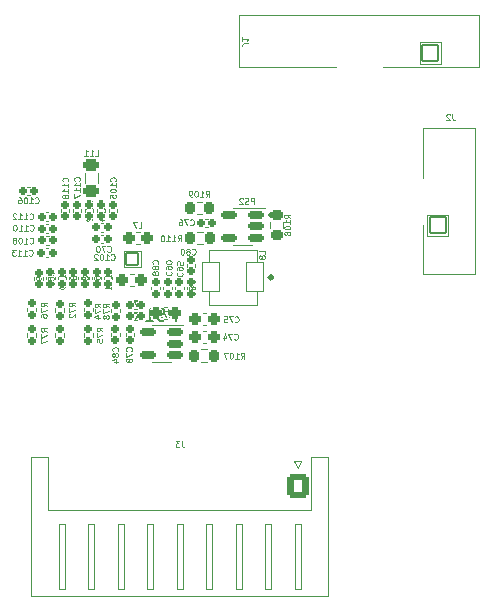
<source format=gbo>
G04 #@! TF.GenerationSoftware,KiCad,Pcbnew,8.0.0-rc1*
G04 #@! TF.CreationDate,2025-03-14T12:06:18+03:00*
G04 #@! TF.ProjectId,Movita_IO_Expansion_Board_V2.0,4d6f7669-7461-45f4-994f-5f457870616e,REV1*
G04 #@! TF.SameCoordinates,Original*
G04 #@! TF.FileFunction,Legend,Bot*
G04 #@! TF.FilePolarity,Positive*
%FSLAX46Y46*%
G04 Gerber Fmt 4.6, Leading zero omitted, Abs format (unit mm)*
G04 Created by KiCad (PCBNEW 8.0.0-rc1) date 2025-03-14 12:06:18*
%MOMM*%
%LPD*%
G01*
G04 APERTURE LIST*
G04 Aperture macros list*
%AMRoundRect*
0 Rectangle with rounded corners*
0 $1 Rounding radius*
0 $2 $3 $4 $5 $6 $7 $8 $9 X,Y pos of 4 corners*
0 Add a 4 corners polygon primitive as box body*
4,1,4,$2,$3,$4,$5,$6,$7,$8,$9,$2,$3,0*
0 Add four circle primitives for the rounded corners*
1,1,$1+$1,$2,$3*
1,1,$1+$1,$4,$5*
1,1,$1+$1,$6,$7*
1,1,$1+$1,$8,$9*
0 Add four rect primitives between the rounded corners*
20,1,$1+$1,$2,$3,$4,$5,0*
20,1,$1+$1,$4,$5,$6,$7,0*
20,1,$1+$1,$6,$7,$8,$9,0*
20,1,$1+$1,$8,$9,$2,$3,0*%
G04 Aperture macros list end*
%ADD10C,0.070000*%
%ADD11C,0.150000*%
%ADD12C,0.120000*%
%ADD13C,0.100000*%
%ADD14C,0.300000*%
%ADD15C,1.002000*%
%ADD16C,6.302000*%
%ADD17RoundRect,0.225500X0.225500X0.300500X-0.225500X0.300500X-0.225500X-0.300500X0.225500X-0.300500X0*%
%ADD18RoundRect,0.165500X-0.195500X0.165500X-0.195500X-0.165500X0.195500X-0.165500X0.195500X0.165500X0*%
%ADD19RoundRect,0.165500X0.195500X-0.165500X0.195500X0.165500X-0.195500X0.165500X-0.195500X-0.165500X0*%
%ADD20RoundRect,0.265000X0.636000X0.761000X-0.636000X0.761000X-0.636000X-0.761000X0.636000X-0.761000X0*%
%ADD21O,1.802000X2.052000*%
%ADD22RoundRect,0.051000X0.675000X-0.675000X0.675000X0.675000X-0.675000X0.675000X-0.675000X-0.675000X0*%
%ADD23O,1.452000X1.452000*%
%ADD24RoundRect,0.244250X0.244250X0.281750X-0.244250X0.281750X-0.244250X-0.281750X0.244250X-0.281750X0*%
%ADD25RoundRect,0.160500X0.210500X-0.160500X0.210500X0.160500X-0.210500X0.160500X-0.210500X-0.160500X0*%
%ADD26RoundRect,0.051000X0.500000X0.500000X-0.500000X0.500000X-0.500000X-0.500000X0.500000X-0.500000X0*%
%ADD27RoundRect,0.165500X0.165500X0.195500X-0.165500X0.195500X-0.165500X-0.195500X0.165500X-0.195500X0*%
%ADD28RoundRect,0.165500X-0.165500X-0.195500X0.165500X-0.195500X0.165500X0.195500X-0.165500X0.195500X0*%
%ADD29RoundRect,0.225500X-0.225500X-0.300500X0.225500X-0.300500X0.225500X0.300500X-0.225500X0.300500X0*%
%ADD30RoundRect,0.250500X-0.250500X-0.275500X0.250500X-0.275500X0.250500X0.275500X-0.250500X0.275500X0*%
%ADD31RoundRect,0.175500X0.538000X0.175500X-0.538000X0.175500X-0.538000X-0.175500X0.538000X-0.175500X0*%
%ADD32RoundRect,0.051000X-0.750000X-1.250000X0.750000X-1.250000X0.750000X1.250000X-0.750000X1.250000X0*%
%ADD33RoundRect,0.250500X0.250500X0.275500X-0.250500X0.275500X-0.250500X-0.275500X0.250500X-0.275500X0*%
%ADD34RoundRect,0.225500X0.300500X-0.225500X0.300500X0.225500X-0.300500X0.225500X-0.300500X-0.225500X0*%
%ADD35RoundRect,0.051000X-0.675000X-0.675000X0.675000X-0.675000X0.675000X0.675000X-0.675000X0.675000X0*%
%ADD36RoundRect,0.244250X-0.406750X0.244250X-0.406750X-0.244250X0.406750X-0.244250X0.406750X0.244250X0*%
G04 APERTURE END LIST*
D10*
X133899513Y-79947659D02*
X134066179Y-79709564D01*
X134185227Y-79947659D02*
X134185227Y-79447659D01*
X134185227Y-79447659D02*
X133994751Y-79447659D01*
X133994751Y-79447659D02*
X133947132Y-79471469D01*
X133947132Y-79471469D02*
X133923322Y-79495278D01*
X133923322Y-79495278D02*
X133899513Y-79542897D01*
X133899513Y-79542897D02*
X133899513Y-79614326D01*
X133899513Y-79614326D02*
X133923322Y-79661945D01*
X133923322Y-79661945D02*
X133947132Y-79685754D01*
X133947132Y-79685754D02*
X133994751Y-79709564D01*
X133994751Y-79709564D02*
X134185227Y-79709564D01*
X133423322Y-79947659D02*
X133709036Y-79947659D01*
X133566179Y-79947659D02*
X133566179Y-79447659D01*
X133566179Y-79447659D02*
X133613798Y-79519088D01*
X133613798Y-79519088D02*
X133661417Y-79566707D01*
X133661417Y-79566707D02*
X133709036Y-79590516D01*
X133113799Y-79447659D02*
X133066180Y-79447659D01*
X133066180Y-79447659D02*
X133018561Y-79471469D01*
X133018561Y-79471469D02*
X132994751Y-79495278D01*
X132994751Y-79495278D02*
X132970942Y-79542897D01*
X132970942Y-79542897D02*
X132947132Y-79638135D01*
X132947132Y-79638135D02*
X132947132Y-79757183D01*
X132947132Y-79757183D02*
X132970942Y-79852421D01*
X132970942Y-79852421D02*
X132994751Y-79900040D01*
X132994751Y-79900040D02*
X133018561Y-79923850D01*
X133018561Y-79923850D02*
X133066180Y-79947659D01*
X133066180Y-79947659D02*
X133113799Y-79947659D01*
X133113799Y-79947659D02*
X133161418Y-79923850D01*
X133161418Y-79923850D02*
X133185227Y-79900040D01*
X133185227Y-79900040D02*
X133209037Y-79852421D01*
X133209037Y-79852421D02*
X133232846Y-79757183D01*
X133232846Y-79757183D02*
X133232846Y-79638135D01*
X133232846Y-79638135D02*
X133209037Y-79542897D01*
X133209037Y-79542897D02*
X133185227Y-79495278D01*
X133185227Y-79495278D02*
X133161418Y-79471469D01*
X133161418Y-79471469D02*
X133113799Y-79447659D01*
X132780466Y-79447659D02*
X132447133Y-79447659D01*
X132447133Y-79447659D02*
X132661418Y-79947659D01*
X124640040Y-79288561D02*
X124663850Y-79264752D01*
X124663850Y-79264752D02*
X124687659Y-79193323D01*
X124687659Y-79193323D02*
X124687659Y-79145704D01*
X124687659Y-79145704D02*
X124663850Y-79074276D01*
X124663850Y-79074276D02*
X124616230Y-79026657D01*
X124616230Y-79026657D02*
X124568611Y-79002847D01*
X124568611Y-79002847D02*
X124473373Y-78979038D01*
X124473373Y-78979038D02*
X124401945Y-78979038D01*
X124401945Y-78979038D02*
X124306707Y-79002847D01*
X124306707Y-79002847D02*
X124259088Y-79026657D01*
X124259088Y-79026657D02*
X124211469Y-79074276D01*
X124211469Y-79074276D02*
X124187659Y-79145704D01*
X124187659Y-79145704D02*
X124187659Y-79193323D01*
X124187659Y-79193323D02*
X124211469Y-79264752D01*
X124211469Y-79264752D02*
X124235278Y-79288561D01*
X124187659Y-79455228D02*
X124187659Y-79788561D01*
X124187659Y-79788561D02*
X124687659Y-79574276D01*
X124401945Y-80050466D02*
X124378135Y-80002847D01*
X124378135Y-80002847D02*
X124354326Y-79979037D01*
X124354326Y-79979037D02*
X124306707Y-79955228D01*
X124306707Y-79955228D02*
X124282897Y-79955228D01*
X124282897Y-79955228D02*
X124235278Y-79979037D01*
X124235278Y-79979037D02*
X124211469Y-80002847D01*
X124211469Y-80002847D02*
X124187659Y-80050466D01*
X124187659Y-80050466D02*
X124187659Y-80145704D01*
X124187659Y-80145704D02*
X124211469Y-80193323D01*
X124211469Y-80193323D02*
X124235278Y-80217132D01*
X124235278Y-80217132D02*
X124282897Y-80240942D01*
X124282897Y-80240942D02*
X124306707Y-80240942D01*
X124306707Y-80240942D02*
X124354326Y-80217132D01*
X124354326Y-80217132D02*
X124378135Y-80193323D01*
X124378135Y-80193323D02*
X124401945Y-80145704D01*
X124401945Y-80145704D02*
X124401945Y-80050466D01*
X124401945Y-80050466D02*
X124425754Y-80002847D01*
X124425754Y-80002847D02*
X124449564Y-79979037D01*
X124449564Y-79979037D02*
X124497183Y-79955228D01*
X124497183Y-79955228D02*
X124592421Y-79955228D01*
X124592421Y-79955228D02*
X124640040Y-79979037D01*
X124640040Y-79979037D02*
X124663850Y-80002847D01*
X124663850Y-80002847D02*
X124687659Y-80050466D01*
X124687659Y-80050466D02*
X124687659Y-80145704D01*
X124687659Y-80145704D02*
X124663850Y-80193323D01*
X124663850Y-80193323D02*
X124640040Y-80217132D01*
X124640040Y-80217132D02*
X124592421Y-80240942D01*
X124592421Y-80240942D02*
X124497183Y-80240942D01*
X124497183Y-80240942D02*
X124449564Y-80217132D01*
X124449564Y-80217132D02*
X124425754Y-80193323D01*
X124425754Y-80193323D02*
X124401945Y-80145704D01*
X118950050Y-72600476D02*
X118973860Y-72576667D01*
X118973860Y-72576667D02*
X118997669Y-72505238D01*
X118997669Y-72505238D02*
X118997669Y-72457619D01*
X118997669Y-72457619D02*
X118973860Y-72386191D01*
X118973860Y-72386191D02*
X118926240Y-72338572D01*
X118926240Y-72338572D02*
X118878621Y-72314762D01*
X118878621Y-72314762D02*
X118783383Y-72290953D01*
X118783383Y-72290953D02*
X118711955Y-72290953D01*
X118711955Y-72290953D02*
X118616717Y-72314762D01*
X118616717Y-72314762D02*
X118569098Y-72338572D01*
X118569098Y-72338572D02*
X118521479Y-72386191D01*
X118521479Y-72386191D02*
X118497669Y-72457619D01*
X118497669Y-72457619D02*
X118497669Y-72505238D01*
X118497669Y-72505238D02*
X118521479Y-72576667D01*
X118521479Y-72576667D02*
X118545288Y-72600476D01*
X118997669Y-73076667D02*
X118997669Y-72790953D01*
X118997669Y-72933810D02*
X118497669Y-72933810D01*
X118497669Y-72933810D02*
X118569098Y-72886191D01*
X118569098Y-72886191D02*
X118616717Y-72838572D01*
X118616717Y-72838572D02*
X118640526Y-72790953D01*
X118497669Y-73386190D02*
X118497669Y-73433809D01*
X118497669Y-73433809D02*
X118521479Y-73481428D01*
X118521479Y-73481428D02*
X118545288Y-73505238D01*
X118545288Y-73505238D02*
X118592907Y-73529047D01*
X118592907Y-73529047D02*
X118688145Y-73552857D01*
X118688145Y-73552857D02*
X118807193Y-73552857D01*
X118807193Y-73552857D02*
X118902431Y-73529047D01*
X118902431Y-73529047D02*
X118950050Y-73505238D01*
X118950050Y-73505238D02*
X118973860Y-73481428D01*
X118973860Y-73481428D02*
X118997669Y-73433809D01*
X118997669Y-73433809D02*
X118997669Y-73386190D01*
X118997669Y-73386190D02*
X118973860Y-73338571D01*
X118973860Y-73338571D02*
X118950050Y-73314762D01*
X118950050Y-73314762D02*
X118902431Y-73290952D01*
X118902431Y-73290952D02*
X118807193Y-73267143D01*
X118807193Y-73267143D02*
X118688145Y-73267143D01*
X118688145Y-73267143D02*
X118592907Y-73290952D01*
X118592907Y-73290952D02*
X118545288Y-73314762D01*
X118545288Y-73314762D02*
X118521479Y-73338571D01*
X118521479Y-73338571D02*
X118497669Y-73386190D01*
X118497669Y-73862380D02*
X118497669Y-73909999D01*
X118497669Y-73909999D02*
X118521479Y-73957618D01*
X118521479Y-73957618D02*
X118545288Y-73981428D01*
X118545288Y-73981428D02*
X118592907Y-74005237D01*
X118592907Y-74005237D02*
X118688145Y-74029047D01*
X118688145Y-74029047D02*
X118807193Y-74029047D01*
X118807193Y-74029047D02*
X118902431Y-74005237D01*
X118902431Y-74005237D02*
X118950050Y-73981428D01*
X118950050Y-73981428D02*
X118973860Y-73957618D01*
X118973860Y-73957618D02*
X118997669Y-73909999D01*
X118997669Y-73909999D02*
X118997669Y-73862380D01*
X118997669Y-73862380D02*
X118973860Y-73814761D01*
X118973860Y-73814761D02*
X118950050Y-73790952D01*
X118950050Y-73790952D02*
X118902431Y-73767142D01*
X118902431Y-73767142D02*
X118807193Y-73743333D01*
X118807193Y-73743333D02*
X118688145Y-73743333D01*
X118688145Y-73743333D02*
X118592907Y-73767142D01*
X118592907Y-73767142D02*
X118545288Y-73790952D01*
X118545288Y-73790952D02*
X118521479Y-73814761D01*
X118521479Y-73814761D02*
X118497669Y-73862380D01*
X123480040Y-79308561D02*
X123503850Y-79284752D01*
X123503850Y-79284752D02*
X123527659Y-79213323D01*
X123527659Y-79213323D02*
X123527659Y-79165704D01*
X123527659Y-79165704D02*
X123503850Y-79094276D01*
X123503850Y-79094276D02*
X123456230Y-79046657D01*
X123456230Y-79046657D02*
X123408611Y-79022847D01*
X123408611Y-79022847D02*
X123313373Y-78999038D01*
X123313373Y-78999038D02*
X123241945Y-78999038D01*
X123241945Y-78999038D02*
X123146707Y-79022847D01*
X123146707Y-79022847D02*
X123099088Y-79046657D01*
X123099088Y-79046657D02*
X123051469Y-79094276D01*
X123051469Y-79094276D02*
X123027659Y-79165704D01*
X123027659Y-79165704D02*
X123027659Y-79213323D01*
X123027659Y-79213323D02*
X123051469Y-79284752D01*
X123051469Y-79284752D02*
X123075278Y-79308561D01*
X123241945Y-79594276D02*
X123218135Y-79546657D01*
X123218135Y-79546657D02*
X123194326Y-79522847D01*
X123194326Y-79522847D02*
X123146707Y-79499038D01*
X123146707Y-79499038D02*
X123122897Y-79499038D01*
X123122897Y-79499038D02*
X123075278Y-79522847D01*
X123075278Y-79522847D02*
X123051469Y-79546657D01*
X123051469Y-79546657D02*
X123027659Y-79594276D01*
X123027659Y-79594276D02*
X123027659Y-79689514D01*
X123027659Y-79689514D02*
X123051469Y-79737133D01*
X123051469Y-79737133D02*
X123075278Y-79760942D01*
X123075278Y-79760942D02*
X123122897Y-79784752D01*
X123122897Y-79784752D02*
X123146707Y-79784752D01*
X123146707Y-79784752D02*
X123194326Y-79760942D01*
X123194326Y-79760942D02*
X123218135Y-79737133D01*
X123218135Y-79737133D02*
X123241945Y-79689514D01*
X123241945Y-79689514D02*
X123241945Y-79594276D01*
X123241945Y-79594276D02*
X123265754Y-79546657D01*
X123265754Y-79546657D02*
X123289564Y-79522847D01*
X123289564Y-79522847D02*
X123337183Y-79499038D01*
X123337183Y-79499038D02*
X123432421Y-79499038D01*
X123432421Y-79499038D02*
X123480040Y-79522847D01*
X123480040Y-79522847D02*
X123503850Y-79546657D01*
X123503850Y-79546657D02*
X123527659Y-79594276D01*
X123527659Y-79594276D02*
X123527659Y-79689514D01*
X123527659Y-79689514D02*
X123503850Y-79737133D01*
X123503850Y-79737133D02*
X123480040Y-79760942D01*
X123480040Y-79760942D02*
X123432421Y-79784752D01*
X123432421Y-79784752D02*
X123337183Y-79784752D01*
X123337183Y-79784752D02*
X123289564Y-79760942D01*
X123289564Y-79760942D02*
X123265754Y-79737133D01*
X123265754Y-79737133D02*
X123241945Y-79689514D01*
X123194326Y-80213323D02*
X123527659Y-80213323D01*
X123003850Y-80094275D02*
X123360992Y-79975228D01*
X123360992Y-79975228D02*
X123360992Y-80284751D01*
X128896666Y-86945966D02*
X128896666Y-87303109D01*
X128896666Y-87303109D02*
X128920475Y-87374537D01*
X128920475Y-87374537D02*
X128968094Y-87422157D01*
X128968094Y-87422157D02*
X129039523Y-87445966D01*
X129039523Y-87445966D02*
X129087142Y-87445966D01*
X128706190Y-86945966D02*
X128396666Y-86945966D01*
X128396666Y-86945966D02*
X128563333Y-87136442D01*
X128563333Y-87136442D02*
X128491904Y-87136442D01*
X128491904Y-87136442D02*
X128444285Y-87160252D01*
X128444285Y-87160252D02*
X128420476Y-87184061D01*
X128420476Y-87184061D02*
X128396666Y-87231680D01*
X128396666Y-87231680D02*
X128396666Y-87350728D01*
X128396666Y-87350728D02*
X128420476Y-87398347D01*
X128420476Y-87398347D02*
X128444285Y-87422157D01*
X128444285Y-87422157D02*
X128491904Y-87445966D01*
X128491904Y-87445966D02*
X128634761Y-87445966D01*
X128634761Y-87445966D02*
X128682380Y-87422157D01*
X128682380Y-87422157D02*
X128706190Y-87398347D01*
X118000050Y-72838571D02*
X118023860Y-72814762D01*
X118023860Y-72814762D02*
X118047669Y-72743333D01*
X118047669Y-72743333D02*
X118047669Y-72695714D01*
X118047669Y-72695714D02*
X118023860Y-72624286D01*
X118023860Y-72624286D02*
X117976240Y-72576667D01*
X117976240Y-72576667D02*
X117928621Y-72552857D01*
X117928621Y-72552857D02*
X117833383Y-72529048D01*
X117833383Y-72529048D02*
X117761955Y-72529048D01*
X117761955Y-72529048D02*
X117666717Y-72552857D01*
X117666717Y-72552857D02*
X117619098Y-72576667D01*
X117619098Y-72576667D02*
X117571479Y-72624286D01*
X117571479Y-72624286D02*
X117547669Y-72695714D01*
X117547669Y-72695714D02*
X117547669Y-72743333D01*
X117547669Y-72743333D02*
X117571479Y-72814762D01*
X117571479Y-72814762D02*
X117595288Y-72838571D01*
X117761955Y-73124286D02*
X117738145Y-73076667D01*
X117738145Y-73076667D02*
X117714336Y-73052857D01*
X117714336Y-73052857D02*
X117666717Y-73029048D01*
X117666717Y-73029048D02*
X117642907Y-73029048D01*
X117642907Y-73029048D02*
X117595288Y-73052857D01*
X117595288Y-73052857D02*
X117571479Y-73076667D01*
X117571479Y-73076667D02*
X117547669Y-73124286D01*
X117547669Y-73124286D02*
X117547669Y-73219524D01*
X117547669Y-73219524D02*
X117571479Y-73267143D01*
X117571479Y-73267143D02*
X117595288Y-73290952D01*
X117595288Y-73290952D02*
X117642907Y-73314762D01*
X117642907Y-73314762D02*
X117666717Y-73314762D01*
X117666717Y-73314762D02*
X117714336Y-73290952D01*
X117714336Y-73290952D02*
X117738145Y-73267143D01*
X117738145Y-73267143D02*
X117761955Y-73219524D01*
X117761955Y-73219524D02*
X117761955Y-73124286D01*
X117761955Y-73124286D02*
X117785764Y-73076667D01*
X117785764Y-73076667D02*
X117809574Y-73052857D01*
X117809574Y-73052857D02*
X117857193Y-73029048D01*
X117857193Y-73029048D02*
X117952431Y-73029048D01*
X117952431Y-73029048D02*
X118000050Y-73052857D01*
X118000050Y-73052857D02*
X118023860Y-73076667D01*
X118023860Y-73076667D02*
X118047669Y-73124286D01*
X118047669Y-73124286D02*
X118047669Y-73219524D01*
X118047669Y-73219524D02*
X118023860Y-73267143D01*
X118023860Y-73267143D02*
X118000050Y-73290952D01*
X118000050Y-73290952D02*
X117952431Y-73314762D01*
X117952431Y-73314762D02*
X117857193Y-73314762D01*
X117857193Y-73314762D02*
X117809574Y-73290952D01*
X117809574Y-73290952D02*
X117785764Y-73267143D01*
X117785764Y-73267143D02*
X117761955Y-73219524D01*
X118047669Y-73552857D02*
X118047669Y-73648095D01*
X118047669Y-73648095D02*
X118023860Y-73695714D01*
X118023860Y-73695714D02*
X118000050Y-73719523D01*
X118000050Y-73719523D02*
X117928621Y-73767142D01*
X117928621Y-73767142D02*
X117833383Y-73790952D01*
X117833383Y-73790952D02*
X117642907Y-73790952D01*
X117642907Y-73790952D02*
X117595288Y-73767142D01*
X117595288Y-73767142D02*
X117571479Y-73743333D01*
X117571479Y-73743333D02*
X117547669Y-73695714D01*
X117547669Y-73695714D02*
X117547669Y-73600476D01*
X117547669Y-73600476D02*
X117571479Y-73552857D01*
X117571479Y-73552857D02*
X117595288Y-73529047D01*
X117595288Y-73529047D02*
X117642907Y-73505238D01*
X117642907Y-73505238D02*
X117761955Y-73505238D01*
X117761955Y-73505238D02*
X117809574Y-73529047D01*
X117809574Y-73529047D02*
X117833383Y-73552857D01*
X117833383Y-73552857D02*
X117857193Y-73600476D01*
X117857193Y-73600476D02*
X117857193Y-73695714D01*
X117857193Y-73695714D02*
X117833383Y-73743333D01*
X117833383Y-73743333D02*
X117809574Y-73767142D01*
X117809574Y-73767142D02*
X117761955Y-73790952D01*
X122250050Y-66830476D02*
X122273860Y-66806667D01*
X122273860Y-66806667D02*
X122297669Y-66735238D01*
X122297669Y-66735238D02*
X122297669Y-66687619D01*
X122297669Y-66687619D02*
X122273860Y-66616191D01*
X122273860Y-66616191D02*
X122226240Y-66568572D01*
X122226240Y-66568572D02*
X122178621Y-66544762D01*
X122178621Y-66544762D02*
X122083383Y-66520953D01*
X122083383Y-66520953D02*
X122011955Y-66520953D01*
X122011955Y-66520953D02*
X121916717Y-66544762D01*
X121916717Y-66544762D02*
X121869098Y-66568572D01*
X121869098Y-66568572D02*
X121821479Y-66616191D01*
X121821479Y-66616191D02*
X121797669Y-66687619D01*
X121797669Y-66687619D02*
X121797669Y-66735238D01*
X121797669Y-66735238D02*
X121821479Y-66806667D01*
X121821479Y-66806667D02*
X121845288Y-66830476D01*
X122297669Y-67306667D02*
X122297669Y-67020953D01*
X122297669Y-67163810D02*
X121797669Y-67163810D01*
X121797669Y-67163810D02*
X121869098Y-67116191D01*
X121869098Y-67116191D02*
X121916717Y-67068572D01*
X121916717Y-67068572D02*
X121940526Y-67020953D01*
X122297669Y-67782857D02*
X122297669Y-67497143D01*
X122297669Y-67640000D02*
X121797669Y-67640000D01*
X121797669Y-67640000D02*
X121869098Y-67592381D01*
X121869098Y-67592381D02*
X121916717Y-67544762D01*
X121916717Y-67544762D02*
X121940526Y-67497143D01*
X121964336Y-68211428D02*
X122297669Y-68211428D01*
X121773860Y-68092380D02*
X122131002Y-67973333D01*
X122131002Y-67973333D02*
X122131002Y-68282856D01*
X134544330Y-53256666D02*
X134187187Y-53256666D01*
X134187187Y-53256666D02*
X134115759Y-53280475D01*
X134115759Y-53280475D02*
X134068140Y-53328094D01*
X134068140Y-53328094D02*
X134044330Y-53399523D01*
X134044330Y-53399523D02*
X134044330Y-53447142D01*
X134044330Y-52756666D02*
X134044330Y-53042380D01*
X134044330Y-52899523D02*
X134544330Y-52899523D01*
X134544330Y-52899523D02*
X134472901Y-52947142D01*
X134472901Y-52947142D02*
X134425282Y-52994761D01*
X134425282Y-52994761D02*
X134401473Y-53042380D01*
X122611428Y-70860050D02*
X122635237Y-70883860D01*
X122635237Y-70883860D02*
X122706666Y-70907669D01*
X122706666Y-70907669D02*
X122754285Y-70907669D01*
X122754285Y-70907669D02*
X122825713Y-70883860D01*
X122825713Y-70883860D02*
X122873332Y-70836240D01*
X122873332Y-70836240D02*
X122897142Y-70788621D01*
X122897142Y-70788621D02*
X122920951Y-70693383D01*
X122920951Y-70693383D02*
X122920951Y-70621955D01*
X122920951Y-70621955D02*
X122897142Y-70526717D01*
X122897142Y-70526717D02*
X122873332Y-70479098D01*
X122873332Y-70479098D02*
X122825713Y-70431479D01*
X122825713Y-70431479D02*
X122754285Y-70407669D01*
X122754285Y-70407669D02*
X122706666Y-70407669D01*
X122706666Y-70407669D02*
X122635237Y-70431479D01*
X122635237Y-70431479D02*
X122611428Y-70455288D01*
X122444761Y-70407669D02*
X122111428Y-70407669D01*
X122111428Y-70407669D02*
X122325713Y-70907669D01*
X121825714Y-70407669D02*
X121778095Y-70407669D01*
X121778095Y-70407669D02*
X121730476Y-70431479D01*
X121730476Y-70431479D02*
X121706666Y-70455288D01*
X121706666Y-70455288D02*
X121682857Y-70502907D01*
X121682857Y-70502907D02*
X121659047Y-70598145D01*
X121659047Y-70598145D02*
X121659047Y-70717193D01*
X121659047Y-70717193D02*
X121682857Y-70812431D01*
X121682857Y-70812431D02*
X121706666Y-70860050D01*
X121706666Y-70860050D02*
X121730476Y-70883860D01*
X121730476Y-70883860D02*
X121778095Y-70907669D01*
X121778095Y-70907669D02*
X121825714Y-70907669D01*
X121825714Y-70907669D02*
X121873333Y-70883860D01*
X121873333Y-70883860D02*
X121897142Y-70860050D01*
X121897142Y-70860050D02*
X121920952Y-70812431D01*
X121920952Y-70812431D02*
X121944761Y-70717193D01*
X121944761Y-70717193D02*
X121944761Y-70598145D01*
X121944761Y-70598145D02*
X121920952Y-70502907D01*
X121920952Y-70502907D02*
X121897142Y-70455288D01*
X121897142Y-70455288D02*
X121873333Y-70431479D01*
X121873333Y-70431479D02*
X121825714Y-70407669D01*
X116019523Y-68110050D02*
X116043332Y-68133860D01*
X116043332Y-68133860D02*
X116114761Y-68157669D01*
X116114761Y-68157669D02*
X116162380Y-68157669D01*
X116162380Y-68157669D02*
X116233808Y-68133860D01*
X116233808Y-68133860D02*
X116281427Y-68086240D01*
X116281427Y-68086240D02*
X116305237Y-68038621D01*
X116305237Y-68038621D02*
X116329046Y-67943383D01*
X116329046Y-67943383D02*
X116329046Y-67871955D01*
X116329046Y-67871955D02*
X116305237Y-67776717D01*
X116305237Y-67776717D02*
X116281427Y-67729098D01*
X116281427Y-67729098D02*
X116233808Y-67681479D01*
X116233808Y-67681479D02*
X116162380Y-67657669D01*
X116162380Y-67657669D02*
X116114761Y-67657669D01*
X116114761Y-67657669D02*
X116043332Y-67681479D01*
X116043332Y-67681479D02*
X116019523Y-67705288D01*
X115543332Y-68157669D02*
X115829046Y-68157669D01*
X115686189Y-68157669D02*
X115686189Y-67657669D01*
X115686189Y-67657669D02*
X115733808Y-67729098D01*
X115733808Y-67729098D02*
X115781427Y-67776717D01*
X115781427Y-67776717D02*
X115829046Y-67800526D01*
X115067142Y-68157669D02*
X115352856Y-68157669D01*
X115209999Y-68157669D02*
X115209999Y-67657669D01*
X115209999Y-67657669D02*
X115257618Y-67729098D01*
X115257618Y-67729098D02*
X115305237Y-67776717D01*
X115305237Y-67776717D02*
X115352856Y-67800526D01*
X114876666Y-67705288D02*
X114852857Y-67681479D01*
X114852857Y-67681479D02*
X114805238Y-67657669D01*
X114805238Y-67657669D02*
X114686190Y-67657669D01*
X114686190Y-67657669D02*
X114638571Y-67681479D01*
X114638571Y-67681479D02*
X114614762Y-67705288D01*
X114614762Y-67705288D02*
X114590952Y-67752907D01*
X114590952Y-67752907D02*
X114590952Y-67800526D01*
X114590952Y-67800526D02*
X114614762Y-67871955D01*
X114614762Y-67871955D02*
X114900476Y-68157669D01*
X114900476Y-68157669D02*
X114590952Y-68157669D01*
X116980050Y-72858571D02*
X117003860Y-72834762D01*
X117003860Y-72834762D02*
X117027669Y-72763333D01*
X117027669Y-72763333D02*
X117027669Y-72715714D01*
X117027669Y-72715714D02*
X117003860Y-72644286D01*
X117003860Y-72644286D02*
X116956240Y-72596667D01*
X116956240Y-72596667D02*
X116908621Y-72572857D01*
X116908621Y-72572857D02*
X116813383Y-72549048D01*
X116813383Y-72549048D02*
X116741955Y-72549048D01*
X116741955Y-72549048D02*
X116646717Y-72572857D01*
X116646717Y-72572857D02*
X116599098Y-72596667D01*
X116599098Y-72596667D02*
X116551479Y-72644286D01*
X116551479Y-72644286D02*
X116527669Y-72715714D01*
X116527669Y-72715714D02*
X116527669Y-72763333D01*
X116527669Y-72763333D02*
X116551479Y-72834762D01*
X116551479Y-72834762D02*
X116575288Y-72858571D01*
X117027669Y-73096667D02*
X117027669Y-73191905D01*
X117027669Y-73191905D02*
X117003860Y-73239524D01*
X117003860Y-73239524D02*
X116980050Y-73263333D01*
X116980050Y-73263333D02*
X116908621Y-73310952D01*
X116908621Y-73310952D02*
X116813383Y-73334762D01*
X116813383Y-73334762D02*
X116622907Y-73334762D01*
X116622907Y-73334762D02*
X116575288Y-73310952D01*
X116575288Y-73310952D02*
X116551479Y-73287143D01*
X116551479Y-73287143D02*
X116527669Y-73239524D01*
X116527669Y-73239524D02*
X116527669Y-73144286D01*
X116527669Y-73144286D02*
X116551479Y-73096667D01*
X116551479Y-73096667D02*
X116575288Y-73072857D01*
X116575288Y-73072857D02*
X116622907Y-73049048D01*
X116622907Y-73049048D02*
X116741955Y-73049048D01*
X116741955Y-73049048D02*
X116789574Y-73072857D01*
X116789574Y-73072857D02*
X116813383Y-73096667D01*
X116813383Y-73096667D02*
X116837193Y-73144286D01*
X116837193Y-73144286D02*
X116837193Y-73239524D01*
X116837193Y-73239524D02*
X116813383Y-73287143D01*
X116813383Y-73287143D02*
X116789574Y-73310952D01*
X116789574Y-73310952D02*
X116741955Y-73334762D01*
X116741955Y-73620476D02*
X116718145Y-73572857D01*
X116718145Y-73572857D02*
X116694336Y-73549047D01*
X116694336Y-73549047D02*
X116646717Y-73525238D01*
X116646717Y-73525238D02*
X116622907Y-73525238D01*
X116622907Y-73525238D02*
X116575288Y-73549047D01*
X116575288Y-73549047D02*
X116551479Y-73572857D01*
X116551479Y-73572857D02*
X116527669Y-73620476D01*
X116527669Y-73620476D02*
X116527669Y-73715714D01*
X116527669Y-73715714D02*
X116551479Y-73763333D01*
X116551479Y-73763333D02*
X116575288Y-73787142D01*
X116575288Y-73787142D02*
X116622907Y-73810952D01*
X116622907Y-73810952D02*
X116646717Y-73810952D01*
X116646717Y-73810952D02*
X116694336Y-73787142D01*
X116694336Y-73787142D02*
X116718145Y-73763333D01*
X116718145Y-73763333D02*
X116741955Y-73715714D01*
X116741955Y-73715714D02*
X116741955Y-73620476D01*
X116741955Y-73620476D02*
X116765764Y-73572857D01*
X116765764Y-73572857D02*
X116789574Y-73549047D01*
X116789574Y-73549047D02*
X116837193Y-73525238D01*
X116837193Y-73525238D02*
X116932431Y-73525238D01*
X116932431Y-73525238D02*
X116980050Y-73549047D01*
X116980050Y-73549047D02*
X117003860Y-73572857D01*
X117003860Y-73572857D02*
X117027669Y-73620476D01*
X117027669Y-73620476D02*
X117027669Y-73715714D01*
X117027669Y-73715714D02*
X117003860Y-73763333D01*
X117003860Y-73763333D02*
X116980050Y-73787142D01*
X116980050Y-73787142D02*
X116932431Y-73810952D01*
X116932431Y-73810952D02*
X116837193Y-73810952D01*
X116837193Y-73810952D02*
X116789574Y-73787142D01*
X116789574Y-73787142D02*
X116765764Y-73763333D01*
X116765764Y-73763333D02*
X116741955Y-73715714D01*
X130929523Y-66247669D02*
X131096189Y-66009574D01*
X131215237Y-66247669D02*
X131215237Y-65747669D01*
X131215237Y-65747669D02*
X131024761Y-65747669D01*
X131024761Y-65747669D02*
X130977142Y-65771479D01*
X130977142Y-65771479D02*
X130953332Y-65795288D01*
X130953332Y-65795288D02*
X130929523Y-65842907D01*
X130929523Y-65842907D02*
X130929523Y-65914336D01*
X130929523Y-65914336D02*
X130953332Y-65961955D01*
X130953332Y-65961955D02*
X130977142Y-65985764D01*
X130977142Y-65985764D02*
X131024761Y-66009574D01*
X131024761Y-66009574D02*
X131215237Y-66009574D01*
X130453332Y-66247669D02*
X130739046Y-66247669D01*
X130596189Y-66247669D02*
X130596189Y-65747669D01*
X130596189Y-65747669D02*
X130643808Y-65819098D01*
X130643808Y-65819098D02*
X130691427Y-65866717D01*
X130691427Y-65866717D02*
X130739046Y-65890526D01*
X130143809Y-65747669D02*
X130096190Y-65747669D01*
X130096190Y-65747669D02*
X130048571Y-65771479D01*
X130048571Y-65771479D02*
X130024761Y-65795288D01*
X130024761Y-65795288D02*
X130000952Y-65842907D01*
X130000952Y-65842907D02*
X129977142Y-65938145D01*
X129977142Y-65938145D02*
X129977142Y-66057193D01*
X129977142Y-66057193D02*
X130000952Y-66152431D01*
X130000952Y-66152431D02*
X130024761Y-66200050D01*
X130024761Y-66200050D02*
X130048571Y-66223860D01*
X130048571Y-66223860D02*
X130096190Y-66247669D01*
X130096190Y-66247669D02*
X130143809Y-66247669D01*
X130143809Y-66247669D02*
X130191428Y-66223860D01*
X130191428Y-66223860D02*
X130215237Y-66200050D01*
X130215237Y-66200050D02*
X130239047Y-66152431D01*
X130239047Y-66152431D02*
X130262856Y-66057193D01*
X130262856Y-66057193D02*
X130262856Y-65938145D01*
X130262856Y-65938145D02*
X130239047Y-65842907D01*
X130239047Y-65842907D02*
X130215237Y-65795288D01*
X130215237Y-65795288D02*
X130191428Y-65771479D01*
X130191428Y-65771479D02*
X130143809Y-65747669D01*
X129739047Y-66247669D02*
X129643809Y-66247669D01*
X129643809Y-66247669D02*
X129596190Y-66223860D01*
X129596190Y-66223860D02*
X129572381Y-66200050D01*
X129572381Y-66200050D02*
X129524762Y-66128621D01*
X129524762Y-66128621D02*
X129500952Y-66033383D01*
X129500952Y-66033383D02*
X129500952Y-65842907D01*
X129500952Y-65842907D02*
X129524762Y-65795288D01*
X129524762Y-65795288D02*
X129548571Y-65771479D01*
X129548571Y-65771479D02*
X129596190Y-65747669D01*
X129596190Y-65747669D02*
X129691428Y-65747669D01*
X129691428Y-65747669D02*
X129739047Y-65771479D01*
X129739047Y-65771479D02*
X129762857Y-65795288D01*
X129762857Y-65795288D02*
X129786666Y-65842907D01*
X129786666Y-65842907D02*
X129786666Y-65961955D01*
X129786666Y-65961955D02*
X129762857Y-66009574D01*
X129762857Y-66009574D02*
X129739047Y-66033383D01*
X129739047Y-66033383D02*
X129691428Y-66057193D01*
X129691428Y-66057193D02*
X129596190Y-66057193D01*
X129596190Y-66057193D02*
X129548571Y-66033383D01*
X129548571Y-66033383D02*
X129524762Y-66009574D01*
X129524762Y-66009574D02*
X129500952Y-65961955D01*
X116479523Y-66750050D02*
X116503332Y-66773860D01*
X116503332Y-66773860D02*
X116574761Y-66797669D01*
X116574761Y-66797669D02*
X116622380Y-66797669D01*
X116622380Y-66797669D02*
X116693808Y-66773860D01*
X116693808Y-66773860D02*
X116741427Y-66726240D01*
X116741427Y-66726240D02*
X116765237Y-66678621D01*
X116765237Y-66678621D02*
X116789046Y-66583383D01*
X116789046Y-66583383D02*
X116789046Y-66511955D01*
X116789046Y-66511955D02*
X116765237Y-66416717D01*
X116765237Y-66416717D02*
X116741427Y-66369098D01*
X116741427Y-66369098D02*
X116693808Y-66321479D01*
X116693808Y-66321479D02*
X116622380Y-66297669D01*
X116622380Y-66297669D02*
X116574761Y-66297669D01*
X116574761Y-66297669D02*
X116503332Y-66321479D01*
X116503332Y-66321479D02*
X116479523Y-66345288D01*
X116003332Y-66797669D02*
X116289046Y-66797669D01*
X116146189Y-66797669D02*
X116146189Y-66297669D01*
X116146189Y-66297669D02*
X116193808Y-66369098D01*
X116193808Y-66369098D02*
X116241427Y-66416717D01*
X116241427Y-66416717D02*
X116289046Y-66440526D01*
X115693809Y-66297669D02*
X115646190Y-66297669D01*
X115646190Y-66297669D02*
X115598571Y-66321479D01*
X115598571Y-66321479D02*
X115574761Y-66345288D01*
X115574761Y-66345288D02*
X115550952Y-66392907D01*
X115550952Y-66392907D02*
X115527142Y-66488145D01*
X115527142Y-66488145D02*
X115527142Y-66607193D01*
X115527142Y-66607193D02*
X115550952Y-66702431D01*
X115550952Y-66702431D02*
X115574761Y-66750050D01*
X115574761Y-66750050D02*
X115598571Y-66773860D01*
X115598571Y-66773860D02*
X115646190Y-66797669D01*
X115646190Y-66797669D02*
X115693809Y-66797669D01*
X115693809Y-66797669D02*
X115741428Y-66773860D01*
X115741428Y-66773860D02*
X115765237Y-66750050D01*
X115765237Y-66750050D02*
X115789047Y-66702431D01*
X115789047Y-66702431D02*
X115812856Y-66607193D01*
X115812856Y-66607193D02*
X115812856Y-66488145D01*
X115812856Y-66488145D02*
X115789047Y-66392907D01*
X115789047Y-66392907D02*
X115765237Y-66345288D01*
X115765237Y-66345288D02*
X115741428Y-66321479D01*
X115741428Y-66321479D02*
X115693809Y-66297669D01*
X115098571Y-66297669D02*
X115193809Y-66297669D01*
X115193809Y-66297669D02*
X115241428Y-66321479D01*
X115241428Y-66321479D02*
X115265238Y-66345288D01*
X115265238Y-66345288D02*
X115312857Y-66416717D01*
X115312857Y-66416717D02*
X115336666Y-66511955D01*
X115336666Y-66511955D02*
X115336666Y-66702431D01*
X115336666Y-66702431D02*
X115312857Y-66750050D01*
X115312857Y-66750050D02*
X115289047Y-66773860D01*
X115289047Y-66773860D02*
X115241428Y-66797669D01*
X115241428Y-66797669D02*
X115146190Y-66797669D01*
X115146190Y-66797669D02*
X115098571Y-66773860D01*
X115098571Y-66773860D02*
X115074762Y-66750050D01*
X115074762Y-66750050D02*
X115050952Y-66702431D01*
X115050952Y-66702431D02*
X115050952Y-66583383D01*
X115050952Y-66583383D02*
X115074762Y-66535764D01*
X115074762Y-66535764D02*
X115098571Y-66511955D01*
X115098571Y-66511955D02*
X115146190Y-66488145D01*
X115146190Y-66488145D02*
X115241428Y-66488145D01*
X115241428Y-66488145D02*
X115289047Y-66511955D01*
X115289047Y-66511955D02*
X115312857Y-66535764D01*
X115312857Y-66535764D02*
X115336666Y-66583383D01*
X129529939Y-74301418D02*
X129506130Y-74325227D01*
X129506130Y-74325227D02*
X129482320Y-74396656D01*
X129482320Y-74396656D02*
X129482320Y-74444275D01*
X129482320Y-74444275D02*
X129506130Y-74515703D01*
X129506130Y-74515703D02*
X129553749Y-74563322D01*
X129553749Y-74563322D02*
X129601368Y-74587132D01*
X129601368Y-74587132D02*
X129696606Y-74610941D01*
X129696606Y-74610941D02*
X129768034Y-74610941D01*
X129768034Y-74610941D02*
X129863272Y-74587132D01*
X129863272Y-74587132D02*
X129910891Y-74563322D01*
X129910891Y-74563322D02*
X129958510Y-74515703D01*
X129958510Y-74515703D02*
X129982320Y-74444275D01*
X129982320Y-74444275D02*
X129982320Y-74396656D01*
X129982320Y-74396656D02*
X129958510Y-74325227D01*
X129958510Y-74325227D02*
X129934701Y-74301418D01*
X129768034Y-74015703D02*
X129791844Y-74063322D01*
X129791844Y-74063322D02*
X129815653Y-74087132D01*
X129815653Y-74087132D02*
X129863272Y-74110941D01*
X129863272Y-74110941D02*
X129887082Y-74110941D01*
X129887082Y-74110941D02*
X129934701Y-74087132D01*
X129934701Y-74087132D02*
X129958510Y-74063322D01*
X129958510Y-74063322D02*
X129982320Y-74015703D01*
X129982320Y-74015703D02*
X129982320Y-73920465D01*
X129982320Y-73920465D02*
X129958510Y-73872846D01*
X129958510Y-73872846D02*
X129934701Y-73849037D01*
X129934701Y-73849037D02*
X129887082Y-73825227D01*
X129887082Y-73825227D02*
X129863272Y-73825227D01*
X129863272Y-73825227D02*
X129815653Y-73849037D01*
X129815653Y-73849037D02*
X129791844Y-73872846D01*
X129791844Y-73872846D02*
X129768034Y-73920465D01*
X129768034Y-73920465D02*
X129768034Y-74015703D01*
X129768034Y-74015703D02*
X129744225Y-74063322D01*
X129744225Y-74063322D02*
X129720415Y-74087132D01*
X129720415Y-74087132D02*
X129672796Y-74110941D01*
X129672796Y-74110941D02*
X129577558Y-74110941D01*
X129577558Y-74110941D02*
X129529939Y-74087132D01*
X129529939Y-74087132D02*
X129506130Y-74063322D01*
X129506130Y-74063322D02*
X129482320Y-74015703D01*
X129482320Y-74015703D02*
X129482320Y-73920465D01*
X129482320Y-73920465D02*
X129506130Y-73872846D01*
X129506130Y-73872846D02*
X129529939Y-73849037D01*
X129529939Y-73849037D02*
X129577558Y-73825227D01*
X129577558Y-73825227D02*
X129672796Y-73825227D01*
X129672796Y-73825227D02*
X129720415Y-73849037D01*
X129720415Y-73849037D02*
X129744225Y-73872846D01*
X129744225Y-73872846D02*
X129768034Y-73920465D01*
X129982320Y-73396656D02*
X129982320Y-73491894D01*
X129982320Y-73491894D02*
X129958510Y-73539513D01*
X129958510Y-73539513D02*
X129934701Y-73563323D01*
X129934701Y-73563323D02*
X129863272Y-73610942D01*
X129863272Y-73610942D02*
X129768034Y-73634751D01*
X129768034Y-73634751D02*
X129577558Y-73634751D01*
X129577558Y-73634751D02*
X129529939Y-73610942D01*
X129529939Y-73610942D02*
X129506130Y-73587132D01*
X129506130Y-73587132D02*
X129482320Y-73539513D01*
X129482320Y-73539513D02*
X129482320Y-73444275D01*
X129482320Y-73444275D02*
X129506130Y-73396656D01*
X129506130Y-73396656D02*
X129529939Y-73372847D01*
X129529939Y-73372847D02*
X129577558Y-73349037D01*
X129577558Y-73349037D02*
X129696606Y-73349037D01*
X129696606Y-73349037D02*
X129744225Y-73372847D01*
X129744225Y-73372847D02*
X129768034Y-73396656D01*
X129768034Y-73396656D02*
X129791844Y-73444275D01*
X129791844Y-73444275D02*
X129791844Y-73539513D01*
X129791844Y-73539513D02*
X129768034Y-73587132D01*
X129768034Y-73587132D02*
X129744225Y-73610942D01*
X129744225Y-73610942D02*
X129696606Y-73634751D01*
X133351418Y-78290040D02*
X133375227Y-78313850D01*
X133375227Y-78313850D02*
X133446656Y-78337659D01*
X133446656Y-78337659D02*
X133494275Y-78337659D01*
X133494275Y-78337659D02*
X133565703Y-78313850D01*
X133565703Y-78313850D02*
X133613322Y-78266230D01*
X133613322Y-78266230D02*
X133637132Y-78218611D01*
X133637132Y-78218611D02*
X133660941Y-78123373D01*
X133660941Y-78123373D02*
X133660941Y-78051945D01*
X133660941Y-78051945D02*
X133637132Y-77956707D01*
X133637132Y-77956707D02*
X133613322Y-77909088D01*
X133613322Y-77909088D02*
X133565703Y-77861469D01*
X133565703Y-77861469D02*
X133494275Y-77837659D01*
X133494275Y-77837659D02*
X133446656Y-77837659D01*
X133446656Y-77837659D02*
X133375227Y-77861469D01*
X133375227Y-77861469D02*
X133351418Y-77885278D01*
X133184751Y-77837659D02*
X132851418Y-77837659D01*
X132851418Y-77837659D02*
X133065703Y-78337659D01*
X132446656Y-78004326D02*
X132446656Y-78337659D01*
X132565704Y-77813850D02*
X132684751Y-78170992D01*
X132684751Y-78170992D02*
X132375228Y-78170992D01*
X135027132Y-66867659D02*
X135027132Y-66367659D01*
X135027132Y-66367659D02*
X134836656Y-66367659D01*
X134836656Y-66367659D02*
X134789037Y-66391469D01*
X134789037Y-66391469D02*
X134765227Y-66415278D01*
X134765227Y-66415278D02*
X134741418Y-66462897D01*
X134741418Y-66462897D02*
X134741418Y-66534326D01*
X134741418Y-66534326D02*
X134765227Y-66581945D01*
X134765227Y-66581945D02*
X134789037Y-66605754D01*
X134789037Y-66605754D02*
X134836656Y-66629564D01*
X134836656Y-66629564D02*
X135027132Y-66629564D01*
X134550941Y-66843850D02*
X134479513Y-66867659D01*
X134479513Y-66867659D02*
X134360465Y-66867659D01*
X134360465Y-66867659D02*
X134312846Y-66843850D01*
X134312846Y-66843850D02*
X134289037Y-66820040D01*
X134289037Y-66820040D02*
X134265227Y-66772421D01*
X134265227Y-66772421D02*
X134265227Y-66724802D01*
X134265227Y-66724802D02*
X134289037Y-66677183D01*
X134289037Y-66677183D02*
X134312846Y-66653373D01*
X134312846Y-66653373D02*
X134360465Y-66629564D01*
X134360465Y-66629564D02*
X134455703Y-66605754D01*
X134455703Y-66605754D02*
X134503322Y-66581945D01*
X134503322Y-66581945D02*
X134527132Y-66558135D01*
X134527132Y-66558135D02*
X134550941Y-66510516D01*
X134550941Y-66510516D02*
X134550941Y-66462897D01*
X134550941Y-66462897D02*
X134527132Y-66415278D01*
X134527132Y-66415278D02*
X134503322Y-66391469D01*
X134503322Y-66391469D02*
X134455703Y-66367659D01*
X134455703Y-66367659D02*
X134336656Y-66367659D01*
X134336656Y-66367659D02*
X134265227Y-66391469D01*
X134074751Y-66415278D02*
X134050942Y-66391469D01*
X134050942Y-66391469D02*
X134003323Y-66367659D01*
X134003323Y-66367659D02*
X133884275Y-66367659D01*
X133884275Y-66367659D02*
X133836656Y-66391469D01*
X133836656Y-66391469D02*
X133812847Y-66415278D01*
X133812847Y-66415278D02*
X133789037Y-66462897D01*
X133789037Y-66462897D02*
X133789037Y-66510516D01*
X133789037Y-66510516D02*
X133812847Y-66581945D01*
X133812847Y-66581945D02*
X134098561Y-66867659D01*
X134098561Y-66867659D02*
X133789037Y-66867659D01*
X129761418Y-71090040D02*
X129785227Y-71113850D01*
X129785227Y-71113850D02*
X129856656Y-71137659D01*
X129856656Y-71137659D02*
X129904275Y-71137659D01*
X129904275Y-71137659D02*
X129975703Y-71113850D01*
X129975703Y-71113850D02*
X130023322Y-71066230D01*
X130023322Y-71066230D02*
X130047132Y-71018611D01*
X130047132Y-71018611D02*
X130070941Y-70923373D01*
X130070941Y-70923373D02*
X130070941Y-70851945D01*
X130070941Y-70851945D02*
X130047132Y-70756707D01*
X130047132Y-70756707D02*
X130023322Y-70709088D01*
X130023322Y-70709088D02*
X129975703Y-70661469D01*
X129975703Y-70661469D02*
X129904275Y-70637659D01*
X129904275Y-70637659D02*
X129856656Y-70637659D01*
X129856656Y-70637659D02*
X129785227Y-70661469D01*
X129785227Y-70661469D02*
X129761418Y-70685278D01*
X129475703Y-70851945D02*
X129523322Y-70828135D01*
X129523322Y-70828135D02*
X129547132Y-70804326D01*
X129547132Y-70804326D02*
X129570941Y-70756707D01*
X129570941Y-70756707D02*
X129570941Y-70732897D01*
X129570941Y-70732897D02*
X129547132Y-70685278D01*
X129547132Y-70685278D02*
X129523322Y-70661469D01*
X129523322Y-70661469D02*
X129475703Y-70637659D01*
X129475703Y-70637659D02*
X129380465Y-70637659D01*
X129380465Y-70637659D02*
X129332846Y-70661469D01*
X129332846Y-70661469D02*
X129309037Y-70685278D01*
X129309037Y-70685278D02*
X129285227Y-70732897D01*
X129285227Y-70732897D02*
X129285227Y-70756707D01*
X129285227Y-70756707D02*
X129309037Y-70804326D01*
X129309037Y-70804326D02*
X129332846Y-70828135D01*
X129332846Y-70828135D02*
X129380465Y-70851945D01*
X129380465Y-70851945D02*
X129475703Y-70851945D01*
X129475703Y-70851945D02*
X129523322Y-70875754D01*
X129523322Y-70875754D02*
X129547132Y-70899564D01*
X129547132Y-70899564D02*
X129570941Y-70947183D01*
X129570941Y-70947183D02*
X129570941Y-71042421D01*
X129570941Y-71042421D02*
X129547132Y-71090040D01*
X129547132Y-71090040D02*
X129523322Y-71113850D01*
X129523322Y-71113850D02*
X129475703Y-71137659D01*
X129475703Y-71137659D02*
X129380465Y-71137659D01*
X129380465Y-71137659D02*
X129332846Y-71113850D01*
X129332846Y-71113850D02*
X129309037Y-71090040D01*
X129309037Y-71090040D02*
X129285227Y-71042421D01*
X129285227Y-71042421D02*
X129285227Y-70947183D01*
X129285227Y-70947183D02*
X129309037Y-70899564D01*
X129309037Y-70899564D02*
X129332846Y-70875754D01*
X129332846Y-70875754D02*
X129380465Y-70851945D01*
X128975704Y-70637659D02*
X128928085Y-70637659D01*
X128928085Y-70637659D02*
X128880466Y-70661469D01*
X128880466Y-70661469D02*
X128856656Y-70685278D01*
X128856656Y-70685278D02*
X128832847Y-70732897D01*
X128832847Y-70732897D02*
X128809037Y-70828135D01*
X128809037Y-70828135D02*
X128809037Y-70947183D01*
X128809037Y-70947183D02*
X128832847Y-71042421D01*
X128832847Y-71042421D02*
X128856656Y-71090040D01*
X128856656Y-71090040D02*
X128880466Y-71113850D01*
X128880466Y-71113850D02*
X128928085Y-71137659D01*
X128928085Y-71137659D02*
X128975704Y-71137659D01*
X128975704Y-71137659D02*
X129023323Y-71113850D01*
X129023323Y-71113850D02*
X129047132Y-71090040D01*
X129047132Y-71090040D02*
X129070942Y-71042421D01*
X129070942Y-71042421D02*
X129094751Y-70947183D01*
X129094751Y-70947183D02*
X129094751Y-70828135D01*
X129094751Y-70828135D02*
X129070942Y-70732897D01*
X129070942Y-70732897D02*
X129047132Y-70685278D01*
X129047132Y-70685278D02*
X129023323Y-70661469D01*
X129023323Y-70661469D02*
X128975704Y-70637659D01*
X116059523Y-69070050D02*
X116083332Y-69093860D01*
X116083332Y-69093860D02*
X116154761Y-69117669D01*
X116154761Y-69117669D02*
X116202380Y-69117669D01*
X116202380Y-69117669D02*
X116273808Y-69093860D01*
X116273808Y-69093860D02*
X116321427Y-69046240D01*
X116321427Y-69046240D02*
X116345237Y-68998621D01*
X116345237Y-68998621D02*
X116369046Y-68903383D01*
X116369046Y-68903383D02*
X116369046Y-68831955D01*
X116369046Y-68831955D02*
X116345237Y-68736717D01*
X116345237Y-68736717D02*
X116321427Y-68689098D01*
X116321427Y-68689098D02*
X116273808Y-68641479D01*
X116273808Y-68641479D02*
X116202380Y-68617669D01*
X116202380Y-68617669D02*
X116154761Y-68617669D01*
X116154761Y-68617669D02*
X116083332Y-68641479D01*
X116083332Y-68641479D02*
X116059523Y-68665288D01*
X115583332Y-69117669D02*
X115869046Y-69117669D01*
X115726189Y-69117669D02*
X115726189Y-68617669D01*
X115726189Y-68617669D02*
X115773808Y-68689098D01*
X115773808Y-68689098D02*
X115821427Y-68736717D01*
X115821427Y-68736717D02*
X115869046Y-68760526D01*
X115107142Y-69117669D02*
X115392856Y-69117669D01*
X115249999Y-69117669D02*
X115249999Y-68617669D01*
X115249999Y-68617669D02*
X115297618Y-68689098D01*
X115297618Y-68689098D02*
X115345237Y-68736717D01*
X115345237Y-68736717D02*
X115392856Y-68760526D01*
X114797619Y-68617669D02*
X114750000Y-68617669D01*
X114750000Y-68617669D02*
X114702381Y-68641479D01*
X114702381Y-68641479D02*
X114678571Y-68665288D01*
X114678571Y-68665288D02*
X114654762Y-68712907D01*
X114654762Y-68712907D02*
X114630952Y-68808145D01*
X114630952Y-68808145D02*
X114630952Y-68927193D01*
X114630952Y-68927193D02*
X114654762Y-69022431D01*
X114654762Y-69022431D02*
X114678571Y-69070050D01*
X114678571Y-69070050D02*
X114702381Y-69093860D01*
X114702381Y-69093860D02*
X114750000Y-69117669D01*
X114750000Y-69117669D02*
X114797619Y-69117669D01*
X114797619Y-69117669D02*
X114845238Y-69093860D01*
X114845238Y-69093860D02*
X114869047Y-69070050D01*
X114869047Y-69070050D02*
X114892857Y-69022431D01*
X114892857Y-69022431D02*
X114916666Y-68927193D01*
X114916666Y-68927193D02*
X114916666Y-68808145D01*
X114916666Y-68808145D02*
X114892857Y-68712907D01*
X114892857Y-68712907D02*
X114869047Y-68665288D01*
X114869047Y-68665288D02*
X114845238Y-68641479D01*
X114845238Y-68641479D02*
X114797619Y-68617669D01*
X125243323Y-68857659D02*
X125481418Y-68857659D01*
X125481418Y-68857659D02*
X125481418Y-68357659D01*
X125124275Y-68357659D02*
X124790942Y-68357659D01*
X124790942Y-68357659D02*
X125005227Y-68857659D01*
X120910050Y-72788571D02*
X120933860Y-72764762D01*
X120933860Y-72764762D02*
X120957669Y-72693333D01*
X120957669Y-72693333D02*
X120957669Y-72645714D01*
X120957669Y-72645714D02*
X120933860Y-72574286D01*
X120933860Y-72574286D02*
X120886240Y-72526667D01*
X120886240Y-72526667D02*
X120838621Y-72502857D01*
X120838621Y-72502857D02*
X120743383Y-72479048D01*
X120743383Y-72479048D02*
X120671955Y-72479048D01*
X120671955Y-72479048D02*
X120576717Y-72502857D01*
X120576717Y-72502857D02*
X120529098Y-72526667D01*
X120529098Y-72526667D02*
X120481479Y-72574286D01*
X120481479Y-72574286D02*
X120457669Y-72645714D01*
X120457669Y-72645714D02*
X120457669Y-72693333D01*
X120457669Y-72693333D02*
X120481479Y-72764762D01*
X120481479Y-72764762D02*
X120505288Y-72788571D01*
X120671955Y-73074286D02*
X120648145Y-73026667D01*
X120648145Y-73026667D02*
X120624336Y-73002857D01*
X120624336Y-73002857D02*
X120576717Y-72979048D01*
X120576717Y-72979048D02*
X120552907Y-72979048D01*
X120552907Y-72979048D02*
X120505288Y-73002857D01*
X120505288Y-73002857D02*
X120481479Y-73026667D01*
X120481479Y-73026667D02*
X120457669Y-73074286D01*
X120457669Y-73074286D02*
X120457669Y-73169524D01*
X120457669Y-73169524D02*
X120481479Y-73217143D01*
X120481479Y-73217143D02*
X120505288Y-73240952D01*
X120505288Y-73240952D02*
X120552907Y-73264762D01*
X120552907Y-73264762D02*
X120576717Y-73264762D01*
X120576717Y-73264762D02*
X120624336Y-73240952D01*
X120624336Y-73240952D02*
X120648145Y-73217143D01*
X120648145Y-73217143D02*
X120671955Y-73169524D01*
X120671955Y-73169524D02*
X120671955Y-73074286D01*
X120671955Y-73074286D02*
X120695764Y-73026667D01*
X120695764Y-73026667D02*
X120719574Y-73002857D01*
X120719574Y-73002857D02*
X120767193Y-72979048D01*
X120767193Y-72979048D02*
X120862431Y-72979048D01*
X120862431Y-72979048D02*
X120910050Y-73002857D01*
X120910050Y-73002857D02*
X120933860Y-73026667D01*
X120933860Y-73026667D02*
X120957669Y-73074286D01*
X120957669Y-73074286D02*
X120957669Y-73169524D01*
X120957669Y-73169524D02*
X120933860Y-73217143D01*
X120933860Y-73217143D02*
X120910050Y-73240952D01*
X120910050Y-73240952D02*
X120862431Y-73264762D01*
X120862431Y-73264762D02*
X120767193Y-73264762D01*
X120767193Y-73264762D02*
X120719574Y-73240952D01*
X120719574Y-73240952D02*
X120695764Y-73217143D01*
X120695764Y-73217143D02*
X120671955Y-73169524D01*
X120957669Y-73740952D02*
X120957669Y-73455238D01*
X120957669Y-73598095D02*
X120457669Y-73598095D01*
X120457669Y-73598095D02*
X120529098Y-73550476D01*
X120529098Y-73550476D02*
X120576717Y-73502857D01*
X120576717Y-73502857D02*
X120600526Y-73455238D01*
X122187659Y-77638561D02*
X121949564Y-77471895D01*
X122187659Y-77352847D02*
X121687659Y-77352847D01*
X121687659Y-77352847D02*
X121687659Y-77543323D01*
X121687659Y-77543323D02*
X121711469Y-77590942D01*
X121711469Y-77590942D02*
X121735278Y-77614752D01*
X121735278Y-77614752D02*
X121782897Y-77638561D01*
X121782897Y-77638561D02*
X121854326Y-77638561D01*
X121854326Y-77638561D02*
X121901945Y-77614752D01*
X121901945Y-77614752D02*
X121925754Y-77590942D01*
X121925754Y-77590942D02*
X121949564Y-77543323D01*
X121949564Y-77543323D02*
X121949564Y-77352847D01*
X121687659Y-77805228D02*
X121687659Y-78138561D01*
X121687659Y-78138561D02*
X122187659Y-77924276D01*
X121687659Y-78567132D02*
X121687659Y-78329037D01*
X121687659Y-78329037D02*
X121925754Y-78305228D01*
X121925754Y-78305228D02*
X121901945Y-78329037D01*
X121901945Y-78329037D02*
X121878135Y-78376656D01*
X121878135Y-78376656D02*
X121878135Y-78495704D01*
X121878135Y-78495704D02*
X121901945Y-78543323D01*
X121901945Y-78543323D02*
X121925754Y-78567132D01*
X121925754Y-78567132D02*
X121973373Y-78590942D01*
X121973373Y-78590942D02*
X122092421Y-78590942D01*
X122092421Y-78590942D02*
X122140040Y-78567132D01*
X122140040Y-78567132D02*
X122163850Y-78543323D01*
X122163850Y-78543323D02*
X122187659Y-78495704D01*
X122187659Y-78495704D02*
X122187659Y-78376656D01*
X122187659Y-78376656D02*
X122163850Y-78329037D01*
X122163850Y-78329037D02*
X122140040Y-78305228D01*
X120839949Y-66830476D02*
X120816140Y-66806667D01*
X120816140Y-66806667D02*
X120792330Y-66735238D01*
X120792330Y-66735238D02*
X120792330Y-66687619D01*
X120792330Y-66687619D02*
X120816140Y-66616191D01*
X120816140Y-66616191D02*
X120863759Y-66568572D01*
X120863759Y-66568572D02*
X120911378Y-66544762D01*
X120911378Y-66544762D02*
X121006616Y-66520953D01*
X121006616Y-66520953D02*
X121078044Y-66520953D01*
X121078044Y-66520953D02*
X121173282Y-66544762D01*
X121173282Y-66544762D02*
X121220901Y-66568572D01*
X121220901Y-66568572D02*
X121268520Y-66616191D01*
X121268520Y-66616191D02*
X121292330Y-66687619D01*
X121292330Y-66687619D02*
X121292330Y-66735238D01*
X121292330Y-66735238D02*
X121268520Y-66806667D01*
X121268520Y-66806667D02*
X121244711Y-66830476D01*
X120792330Y-67306667D02*
X120792330Y-67020953D01*
X120792330Y-67163810D02*
X121292330Y-67163810D01*
X121292330Y-67163810D02*
X121220901Y-67116191D01*
X121220901Y-67116191D02*
X121173282Y-67068572D01*
X121173282Y-67068572D02*
X121149473Y-67020953D01*
X120792330Y-67782857D02*
X120792330Y-67497143D01*
X120792330Y-67640000D02*
X121292330Y-67640000D01*
X121292330Y-67640000D02*
X121220901Y-67592381D01*
X121220901Y-67592381D02*
X121173282Y-67544762D01*
X121173282Y-67544762D02*
X121149473Y-67497143D01*
X121292330Y-68235237D02*
X121292330Y-67997142D01*
X121292330Y-67997142D02*
X121054235Y-67973333D01*
X121054235Y-67973333D02*
X121078044Y-67997142D01*
X121078044Y-67997142D02*
X121101854Y-68044761D01*
X121101854Y-68044761D02*
X121101854Y-68163809D01*
X121101854Y-68163809D02*
X121078044Y-68211428D01*
X121078044Y-68211428D02*
X121054235Y-68235237D01*
X121054235Y-68235237D02*
X121006616Y-68259047D01*
X121006616Y-68259047D02*
X120887568Y-68259047D01*
X120887568Y-68259047D02*
X120839949Y-68235237D01*
X120839949Y-68235237D02*
X120816140Y-68211428D01*
X120816140Y-68211428D02*
X120792330Y-68163809D01*
X120792330Y-68163809D02*
X120792330Y-68044761D01*
X120792330Y-68044761D02*
X120816140Y-67997142D01*
X120816140Y-67997142D02*
X120839949Y-67973333D01*
X133401418Y-76830040D02*
X133425227Y-76853850D01*
X133425227Y-76853850D02*
X133496656Y-76877659D01*
X133496656Y-76877659D02*
X133544275Y-76877659D01*
X133544275Y-76877659D02*
X133615703Y-76853850D01*
X133615703Y-76853850D02*
X133663322Y-76806230D01*
X133663322Y-76806230D02*
X133687132Y-76758611D01*
X133687132Y-76758611D02*
X133710941Y-76663373D01*
X133710941Y-76663373D02*
X133710941Y-76591945D01*
X133710941Y-76591945D02*
X133687132Y-76496707D01*
X133687132Y-76496707D02*
X133663322Y-76449088D01*
X133663322Y-76449088D02*
X133615703Y-76401469D01*
X133615703Y-76401469D02*
X133544275Y-76377659D01*
X133544275Y-76377659D02*
X133496656Y-76377659D01*
X133496656Y-76377659D02*
X133425227Y-76401469D01*
X133425227Y-76401469D02*
X133401418Y-76425278D01*
X133234751Y-76377659D02*
X132901418Y-76377659D01*
X132901418Y-76377659D02*
X133115703Y-76877659D01*
X132472847Y-76377659D02*
X132710942Y-76377659D01*
X132710942Y-76377659D02*
X132734751Y-76615754D01*
X132734751Y-76615754D02*
X132710942Y-76591945D01*
X132710942Y-76591945D02*
X132663323Y-76568135D01*
X132663323Y-76568135D02*
X132544275Y-76568135D01*
X132544275Y-76568135D02*
X132496656Y-76591945D01*
X132496656Y-76591945D02*
X132472847Y-76615754D01*
X132472847Y-76615754D02*
X132449037Y-76663373D01*
X132449037Y-76663373D02*
X132449037Y-76782421D01*
X132449037Y-76782421D02*
X132472847Y-76830040D01*
X132472847Y-76830040D02*
X132496656Y-76853850D01*
X132496656Y-76853850D02*
X132544275Y-76877659D01*
X132544275Y-76877659D02*
X132663323Y-76877659D01*
X132663323Y-76877659D02*
X132710942Y-76853850D01*
X132710942Y-76853850D02*
X132734751Y-76830040D01*
X122737659Y-75618561D02*
X122499564Y-75451895D01*
X122737659Y-75332847D02*
X122237659Y-75332847D01*
X122237659Y-75332847D02*
X122237659Y-75523323D01*
X122237659Y-75523323D02*
X122261469Y-75570942D01*
X122261469Y-75570942D02*
X122285278Y-75594752D01*
X122285278Y-75594752D02*
X122332897Y-75618561D01*
X122332897Y-75618561D02*
X122404326Y-75618561D01*
X122404326Y-75618561D02*
X122451945Y-75594752D01*
X122451945Y-75594752D02*
X122475754Y-75570942D01*
X122475754Y-75570942D02*
X122499564Y-75523323D01*
X122499564Y-75523323D02*
X122499564Y-75332847D01*
X122237659Y-75785228D02*
X122237659Y-76118561D01*
X122237659Y-76118561D02*
X122737659Y-75904276D01*
X122451945Y-76380466D02*
X122428135Y-76332847D01*
X122428135Y-76332847D02*
X122404326Y-76309037D01*
X122404326Y-76309037D02*
X122356707Y-76285228D01*
X122356707Y-76285228D02*
X122332897Y-76285228D01*
X122332897Y-76285228D02*
X122285278Y-76309037D01*
X122285278Y-76309037D02*
X122261469Y-76332847D01*
X122261469Y-76332847D02*
X122237659Y-76380466D01*
X122237659Y-76380466D02*
X122237659Y-76475704D01*
X122237659Y-76475704D02*
X122261469Y-76523323D01*
X122261469Y-76523323D02*
X122285278Y-76547132D01*
X122285278Y-76547132D02*
X122332897Y-76570942D01*
X122332897Y-76570942D02*
X122356707Y-76570942D01*
X122356707Y-76570942D02*
X122404326Y-76547132D01*
X122404326Y-76547132D02*
X122428135Y-76523323D01*
X122428135Y-76523323D02*
X122451945Y-76475704D01*
X122451945Y-76475704D02*
X122451945Y-76380466D01*
X122451945Y-76380466D02*
X122475754Y-76332847D01*
X122475754Y-76332847D02*
X122499564Y-76309037D01*
X122499564Y-76309037D02*
X122547183Y-76285228D01*
X122547183Y-76285228D02*
X122642421Y-76285228D01*
X122642421Y-76285228D02*
X122690040Y-76309037D01*
X122690040Y-76309037D02*
X122713850Y-76332847D01*
X122713850Y-76332847D02*
X122737659Y-76380466D01*
X122737659Y-76380466D02*
X122737659Y-76475704D01*
X122737659Y-76475704D02*
X122713850Y-76523323D01*
X122713850Y-76523323D02*
X122690040Y-76547132D01*
X122690040Y-76547132D02*
X122642421Y-76570942D01*
X122642421Y-76570942D02*
X122547183Y-76570942D01*
X122547183Y-76570942D02*
X122499564Y-76547132D01*
X122499564Y-76547132D02*
X122475754Y-76523323D01*
X122475754Y-76523323D02*
X122451945Y-76475704D01*
X117487659Y-77668561D02*
X117249564Y-77501895D01*
X117487659Y-77382847D02*
X116987659Y-77382847D01*
X116987659Y-77382847D02*
X116987659Y-77573323D01*
X116987659Y-77573323D02*
X117011469Y-77620942D01*
X117011469Y-77620942D02*
X117035278Y-77644752D01*
X117035278Y-77644752D02*
X117082897Y-77668561D01*
X117082897Y-77668561D02*
X117154326Y-77668561D01*
X117154326Y-77668561D02*
X117201945Y-77644752D01*
X117201945Y-77644752D02*
X117225754Y-77620942D01*
X117225754Y-77620942D02*
X117249564Y-77573323D01*
X117249564Y-77573323D02*
X117249564Y-77382847D01*
X116987659Y-77835228D02*
X116987659Y-78168561D01*
X116987659Y-78168561D02*
X117487659Y-77954276D01*
X116987659Y-78311418D02*
X116987659Y-78644751D01*
X116987659Y-78644751D02*
X117487659Y-78430466D01*
X128549513Y-70017659D02*
X128716179Y-69779564D01*
X128835227Y-70017659D02*
X128835227Y-69517659D01*
X128835227Y-69517659D02*
X128644751Y-69517659D01*
X128644751Y-69517659D02*
X128597132Y-69541469D01*
X128597132Y-69541469D02*
X128573322Y-69565278D01*
X128573322Y-69565278D02*
X128549513Y-69612897D01*
X128549513Y-69612897D02*
X128549513Y-69684326D01*
X128549513Y-69684326D02*
X128573322Y-69731945D01*
X128573322Y-69731945D02*
X128597132Y-69755754D01*
X128597132Y-69755754D02*
X128644751Y-69779564D01*
X128644751Y-69779564D02*
X128835227Y-69779564D01*
X128073322Y-70017659D02*
X128359036Y-70017659D01*
X128216179Y-70017659D02*
X128216179Y-69517659D01*
X128216179Y-69517659D02*
X128263798Y-69589088D01*
X128263798Y-69589088D02*
X128311417Y-69636707D01*
X128311417Y-69636707D02*
X128359036Y-69660516D01*
X127597132Y-70017659D02*
X127882846Y-70017659D01*
X127739989Y-70017659D02*
X127739989Y-69517659D01*
X127739989Y-69517659D02*
X127787608Y-69589088D01*
X127787608Y-69589088D02*
X127835227Y-69636707D01*
X127835227Y-69636707D02*
X127882846Y-69660516D01*
X127287609Y-69517659D02*
X127239990Y-69517659D01*
X127239990Y-69517659D02*
X127192371Y-69541469D01*
X127192371Y-69541469D02*
X127168561Y-69565278D01*
X127168561Y-69565278D02*
X127144752Y-69612897D01*
X127144752Y-69612897D02*
X127120942Y-69708135D01*
X127120942Y-69708135D02*
X127120942Y-69827183D01*
X127120942Y-69827183D02*
X127144752Y-69922421D01*
X127144752Y-69922421D02*
X127168561Y-69970040D01*
X127168561Y-69970040D02*
X127192371Y-69993850D01*
X127192371Y-69993850D02*
X127239990Y-70017659D01*
X127239990Y-70017659D02*
X127287609Y-70017659D01*
X127287609Y-70017659D02*
X127335228Y-69993850D01*
X127335228Y-69993850D02*
X127359037Y-69970040D01*
X127359037Y-69970040D02*
X127382847Y-69922421D01*
X127382847Y-69922421D02*
X127406656Y-69827183D01*
X127406656Y-69827183D02*
X127406656Y-69708135D01*
X127406656Y-69708135D02*
X127382847Y-69612897D01*
X127382847Y-69612897D02*
X127359037Y-69565278D01*
X127359037Y-69565278D02*
X127335228Y-69541469D01*
X127335228Y-69541469D02*
X127287609Y-69517659D01*
X119857669Y-75508571D02*
X119619574Y-75341905D01*
X119857669Y-75222857D02*
X119357669Y-75222857D01*
X119357669Y-75222857D02*
X119357669Y-75413333D01*
X119357669Y-75413333D02*
X119381479Y-75460952D01*
X119381479Y-75460952D02*
X119405288Y-75484762D01*
X119405288Y-75484762D02*
X119452907Y-75508571D01*
X119452907Y-75508571D02*
X119524336Y-75508571D01*
X119524336Y-75508571D02*
X119571955Y-75484762D01*
X119571955Y-75484762D02*
X119595764Y-75460952D01*
X119595764Y-75460952D02*
X119619574Y-75413333D01*
X119619574Y-75413333D02*
X119619574Y-75222857D01*
X119357669Y-75675238D02*
X119357669Y-76008571D01*
X119357669Y-76008571D02*
X119857669Y-75794286D01*
X119405288Y-76175238D02*
X119381479Y-76199047D01*
X119381479Y-76199047D02*
X119357669Y-76246666D01*
X119357669Y-76246666D02*
X119357669Y-76365714D01*
X119357669Y-76365714D02*
X119381479Y-76413333D01*
X119381479Y-76413333D02*
X119405288Y-76437142D01*
X119405288Y-76437142D02*
X119452907Y-76460952D01*
X119452907Y-76460952D02*
X119500526Y-76460952D01*
X119500526Y-76460952D02*
X119571955Y-76437142D01*
X119571955Y-76437142D02*
X119857669Y-76151428D01*
X119857669Y-76151428D02*
X119857669Y-76460952D01*
X125371428Y-75550050D02*
X125395237Y-75573860D01*
X125395237Y-75573860D02*
X125466666Y-75597669D01*
X125466666Y-75597669D02*
X125514285Y-75597669D01*
X125514285Y-75597669D02*
X125585713Y-75573860D01*
X125585713Y-75573860D02*
X125633332Y-75526240D01*
X125633332Y-75526240D02*
X125657142Y-75478621D01*
X125657142Y-75478621D02*
X125680951Y-75383383D01*
X125680951Y-75383383D02*
X125680951Y-75311955D01*
X125680951Y-75311955D02*
X125657142Y-75216717D01*
X125657142Y-75216717D02*
X125633332Y-75169098D01*
X125633332Y-75169098D02*
X125585713Y-75121479D01*
X125585713Y-75121479D02*
X125514285Y-75097669D01*
X125514285Y-75097669D02*
X125466666Y-75097669D01*
X125466666Y-75097669D02*
X125395237Y-75121479D01*
X125395237Y-75121479D02*
X125371428Y-75145288D01*
X125204761Y-75097669D02*
X124871428Y-75097669D01*
X124871428Y-75097669D02*
X125085713Y-75597669D01*
X124728571Y-75097669D02*
X124395238Y-75097669D01*
X124395238Y-75097669D02*
X124609523Y-75597669D01*
X129621418Y-68610040D02*
X129645227Y-68633850D01*
X129645227Y-68633850D02*
X129716656Y-68657659D01*
X129716656Y-68657659D02*
X129764275Y-68657659D01*
X129764275Y-68657659D02*
X129835703Y-68633850D01*
X129835703Y-68633850D02*
X129883322Y-68586230D01*
X129883322Y-68586230D02*
X129907132Y-68538611D01*
X129907132Y-68538611D02*
X129930941Y-68443373D01*
X129930941Y-68443373D02*
X129930941Y-68371945D01*
X129930941Y-68371945D02*
X129907132Y-68276707D01*
X129907132Y-68276707D02*
X129883322Y-68229088D01*
X129883322Y-68229088D02*
X129835703Y-68181469D01*
X129835703Y-68181469D02*
X129764275Y-68157659D01*
X129764275Y-68157659D02*
X129716656Y-68157659D01*
X129716656Y-68157659D02*
X129645227Y-68181469D01*
X129645227Y-68181469D02*
X129621418Y-68205278D01*
X129454751Y-68157659D02*
X129121418Y-68157659D01*
X129121418Y-68157659D02*
X129335703Y-68657659D01*
X128716656Y-68157659D02*
X128811894Y-68157659D01*
X128811894Y-68157659D02*
X128859513Y-68181469D01*
X128859513Y-68181469D02*
X128883323Y-68205278D01*
X128883323Y-68205278D02*
X128930942Y-68276707D01*
X128930942Y-68276707D02*
X128954751Y-68371945D01*
X128954751Y-68371945D02*
X128954751Y-68562421D01*
X128954751Y-68562421D02*
X128930942Y-68610040D01*
X128930942Y-68610040D02*
X128907132Y-68633850D01*
X128907132Y-68633850D02*
X128859513Y-68657659D01*
X128859513Y-68657659D02*
X128764275Y-68657659D01*
X128764275Y-68657659D02*
X128716656Y-68633850D01*
X128716656Y-68633850D02*
X128692847Y-68610040D01*
X128692847Y-68610040D02*
X128669037Y-68562421D01*
X128669037Y-68562421D02*
X128669037Y-68443373D01*
X128669037Y-68443373D02*
X128692847Y-68395754D01*
X128692847Y-68395754D02*
X128716656Y-68371945D01*
X128716656Y-68371945D02*
X128764275Y-68348135D01*
X128764275Y-68348135D02*
X128859513Y-68348135D01*
X128859513Y-68348135D02*
X128907132Y-68371945D01*
X128907132Y-68371945D02*
X128930942Y-68395754D01*
X128930942Y-68395754D02*
X128954751Y-68443373D01*
X135947669Y-71076666D02*
X135947669Y-70838571D01*
X135947669Y-70838571D02*
X135447669Y-70838571D01*
X135661955Y-71314762D02*
X135638145Y-71267143D01*
X135638145Y-71267143D02*
X135614336Y-71243333D01*
X135614336Y-71243333D02*
X135566717Y-71219524D01*
X135566717Y-71219524D02*
X135542907Y-71219524D01*
X135542907Y-71219524D02*
X135495288Y-71243333D01*
X135495288Y-71243333D02*
X135471479Y-71267143D01*
X135471479Y-71267143D02*
X135447669Y-71314762D01*
X135447669Y-71314762D02*
X135447669Y-71410000D01*
X135447669Y-71410000D02*
X135471479Y-71457619D01*
X135471479Y-71457619D02*
X135495288Y-71481428D01*
X135495288Y-71481428D02*
X135542907Y-71505238D01*
X135542907Y-71505238D02*
X135566717Y-71505238D01*
X135566717Y-71505238D02*
X135614336Y-71481428D01*
X135614336Y-71481428D02*
X135638145Y-71457619D01*
X135638145Y-71457619D02*
X135661955Y-71410000D01*
X135661955Y-71410000D02*
X135661955Y-71314762D01*
X135661955Y-71314762D02*
X135685764Y-71267143D01*
X135685764Y-71267143D02*
X135709574Y-71243333D01*
X135709574Y-71243333D02*
X135757193Y-71219524D01*
X135757193Y-71219524D02*
X135852431Y-71219524D01*
X135852431Y-71219524D02*
X135900050Y-71243333D01*
X135900050Y-71243333D02*
X135923860Y-71267143D01*
X135923860Y-71267143D02*
X135947669Y-71314762D01*
X135947669Y-71314762D02*
X135947669Y-71410000D01*
X135947669Y-71410000D02*
X135923860Y-71457619D01*
X135923860Y-71457619D02*
X135900050Y-71481428D01*
X135900050Y-71481428D02*
X135852431Y-71505238D01*
X135852431Y-71505238D02*
X135757193Y-71505238D01*
X135757193Y-71505238D02*
X135709574Y-71481428D01*
X135709574Y-71481428D02*
X135685764Y-71457619D01*
X135685764Y-71457619D02*
X135661955Y-71410000D01*
X116029523Y-70160050D02*
X116053332Y-70183860D01*
X116053332Y-70183860D02*
X116124761Y-70207669D01*
X116124761Y-70207669D02*
X116172380Y-70207669D01*
X116172380Y-70207669D02*
X116243808Y-70183860D01*
X116243808Y-70183860D02*
X116291427Y-70136240D01*
X116291427Y-70136240D02*
X116315237Y-70088621D01*
X116315237Y-70088621D02*
X116339046Y-69993383D01*
X116339046Y-69993383D02*
X116339046Y-69921955D01*
X116339046Y-69921955D02*
X116315237Y-69826717D01*
X116315237Y-69826717D02*
X116291427Y-69779098D01*
X116291427Y-69779098D02*
X116243808Y-69731479D01*
X116243808Y-69731479D02*
X116172380Y-69707669D01*
X116172380Y-69707669D02*
X116124761Y-69707669D01*
X116124761Y-69707669D02*
X116053332Y-69731479D01*
X116053332Y-69731479D02*
X116029523Y-69755288D01*
X115553332Y-70207669D02*
X115839046Y-70207669D01*
X115696189Y-70207669D02*
X115696189Y-69707669D01*
X115696189Y-69707669D02*
X115743808Y-69779098D01*
X115743808Y-69779098D02*
X115791427Y-69826717D01*
X115791427Y-69826717D02*
X115839046Y-69850526D01*
X115243809Y-69707669D02*
X115196190Y-69707669D01*
X115196190Y-69707669D02*
X115148571Y-69731479D01*
X115148571Y-69731479D02*
X115124761Y-69755288D01*
X115124761Y-69755288D02*
X115100952Y-69802907D01*
X115100952Y-69802907D02*
X115077142Y-69898145D01*
X115077142Y-69898145D02*
X115077142Y-70017193D01*
X115077142Y-70017193D02*
X115100952Y-70112431D01*
X115100952Y-70112431D02*
X115124761Y-70160050D01*
X115124761Y-70160050D02*
X115148571Y-70183860D01*
X115148571Y-70183860D02*
X115196190Y-70207669D01*
X115196190Y-70207669D02*
X115243809Y-70207669D01*
X115243809Y-70207669D02*
X115291428Y-70183860D01*
X115291428Y-70183860D02*
X115315237Y-70160050D01*
X115315237Y-70160050D02*
X115339047Y-70112431D01*
X115339047Y-70112431D02*
X115362856Y-70017193D01*
X115362856Y-70017193D02*
X115362856Y-69898145D01*
X115362856Y-69898145D02*
X115339047Y-69802907D01*
X115339047Y-69802907D02*
X115315237Y-69755288D01*
X115315237Y-69755288D02*
X115291428Y-69731479D01*
X115291428Y-69731479D02*
X115243809Y-69707669D01*
X114791428Y-69921955D02*
X114839047Y-69898145D01*
X114839047Y-69898145D02*
X114862857Y-69874336D01*
X114862857Y-69874336D02*
X114886666Y-69826717D01*
X114886666Y-69826717D02*
X114886666Y-69802907D01*
X114886666Y-69802907D02*
X114862857Y-69755288D01*
X114862857Y-69755288D02*
X114839047Y-69731479D01*
X114839047Y-69731479D02*
X114791428Y-69707669D01*
X114791428Y-69707669D02*
X114696190Y-69707669D01*
X114696190Y-69707669D02*
X114648571Y-69731479D01*
X114648571Y-69731479D02*
X114624762Y-69755288D01*
X114624762Y-69755288D02*
X114600952Y-69802907D01*
X114600952Y-69802907D02*
X114600952Y-69826717D01*
X114600952Y-69826717D02*
X114624762Y-69874336D01*
X114624762Y-69874336D02*
X114648571Y-69898145D01*
X114648571Y-69898145D02*
X114696190Y-69921955D01*
X114696190Y-69921955D02*
X114791428Y-69921955D01*
X114791428Y-69921955D02*
X114839047Y-69945764D01*
X114839047Y-69945764D02*
X114862857Y-69969574D01*
X114862857Y-69969574D02*
X114886666Y-70017193D01*
X114886666Y-70017193D02*
X114886666Y-70112431D01*
X114886666Y-70112431D02*
X114862857Y-70160050D01*
X114862857Y-70160050D02*
X114839047Y-70183860D01*
X114839047Y-70183860D02*
X114791428Y-70207669D01*
X114791428Y-70207669D02*
X114696190Y-70207669D01*
X114696190Y-70207669D02*
X114648571Y-70183860D01*
X114648571Y-70183860D02*
X114624762Y-70160050D01*
X114624762Y-70160050D02*
X114600952Y-70112431D01*
X114600952Y-70112431D02*
X114600952Y-70017193D01*
X114600952Y-70017193D02*
X114624762Y-69969574D01*
X114624762Y-69969574D02*
X114648571Y-69945764D01*
X114648571Y-69945764D02*
X114696190Y-69921955D01*
X119930050Y-72758571D02*
X119953860Y-72734762D01*
X119953860Y-72734762D02*
X119977669Y-72663333D01*
X119977669Y-72663333D02*
X119977669Y-72615714D01*
X119977669Y-72615714D02*
X119953860Y-72544286D01*
X119953860Y-72544286D02*
X119906240Y-72496667D01*
X119906240Y-72496667D02*
X119858621Y-72472857D01*
X119858621Y-72472857D02*
X119763383Y-72449048D01*
X119763383Y-72449048D02*
X119691955Y-72449048D01*
X119691955Y-72449048D02*
X119596717Y-72472857D01*
X119596717Y-72472857D02*
X119549098Y-72496667D01*
X119549098Y-72496667D02*
X119501479Y-72544286D01*
X119501479Y-72544286D02*
X119477669Y-72615714D01*
X119477669Y-72615714D02*
X119477669Y-72663333D01*
X119477669Y-72663333D02*
X119501479Y-72734762D01*
X119501479Y-72734762D02*
X119525288Y-72758571D01*
X119691955Y-73044286D02*
X119668145Y-72996667D01*
X119668145Y-72996667D02*
X119644336Y-72972857D01*
X119644336Y-72972857D02*
X119596717Y-72949048D01*
X119596717Y-72949048D02*
X119572907Y-72949048D01*
X119572907Y-72949048D02*
X119525288Y-72972857D01*
X119525288Y-72972857D02*
X119501479Y-72996667D01*
X119501479Y-72996667D02*
X119477669Y-73044286D01*
X119477669Y-73044286D02*
X119477669Y-73139524D01*
X119477669Y-73139524D02*
X119501479Y-73187143D01*
X119501479Y-73187143D02*
X119525288Y-73210952D01*
X119525288Y-73210952D02*
X119572907Y-73234762D01*
X119572907Y-73234762D02*
X119596717Y-73234762D01*
X119596717Y-73234762D02*
X119644336Y-73210952D01*
X119644336Y-73210952D02*
X119668145Y-73187143D01*
X119668145Y-73187143D02*
X119691955Y-73139524D01*
X119691955Y-73139524D02*
X119691955Y-73044286D01*
X119691955Y-73044286D02*
X119715764Y-72996667D01*
X119715764Y-72996667D02*
X119739574Y-72972857D01*
X119739574Y-72972857D02*
X119787193Y-72949048D01*
X119787193Y-72949048D02*
X119882431Y-72949048D01*
X119882431Y-72949048D02*
X119930050Y-72972857D01*
X119930050Y-72972857D02*
X119953860Y-72996667D01*
X119953860Y-72996667D02*
X119977669Y-73044286D01*
X119977669Y-73044286D02*
X119977669Y-73139524D01*
X119977669Y-73139524D02*
X119953860Y-73187143D01*
X119953860Y-73187143D02*
X119930050Y-73210952D01*
X119930050Y-73210952D02*
X119882431Y-73234762D01*
X119882431Y-73234762D02*
X119787193Y-73234762D01*
X119787193Y-73234762D02*
X119739574Y-73210952D01*
X119739574Y-73210952D02*
X119715764Y-73187143D01*
X119715764Y-73187143D02*
X119691955Y-73139524D01*
X119477669Y-73401428D02*
X119477669Y-73734761D01*
X119477669Y-73734761D02*
X119977669Y-73520476D01*
X115969523Y-71180050D02*
X115993332Y-71203860D01*
X115993332Y-71203860D02*
X116064761Y-71227669D01*
X116064761Y-71227669D02*
X116112380Y-71227669D01*
X116112380Y-71227669D02*
X116183808Y-71203860D01*
X116183808Y-71203860D02*
X116231427Y-71156240D01*
X116231427Y-71156240D02*
X116255237Y-71108621D01*
X116255237Y-71108621D02*
X116279046Y-71013383D01*
X116279046Y-71013383D02*
X116279046Y-70941955D01*
X116279046Y-70941955D02*
X116255237Y-70846717D01*
X116255237Y-70846717D02*
X116231427Y-70799098D01*
X116231427Y-70799098D02*
X116183808Y-70751479D01*
X116183808Y-70751479D02*
X116112380Y-70727669D01*
X116112380Y-70727669D02*
X116064761Y-70727669D01*
X116064761Y-70727669D02*
X115993332Y-70751479D01*
X115993332Y-70751479D02*
X115969523Y-70775288D01*
X115493332Y-71227669D02*
X115779046Y-71227669D01*
X115636189Y-71227669D02*
X115636189Y-70727669D01*
X115636189Y-70727669D02*
X115683808Y-70799098D01*
X115683808Y-70799098D02*
X115731427Y-70846717D01*
X115731427Y-70846717D02*
X115779046Y-70870526D01*
X115017142Y-71227669D02*
X115302856Y-71227669D01*
X115159999Y-71227669D02*
X115159999Y-70727669D01*
X115159999Y-70727669D02*
X115207618Y-70799098D01*
X115207618Y-70799098D02*
X115255237Y-70846717D01*
X115255237Y-70846717D02*
X115302856Y-70870526D01*
X114850476Y-70727669D02*
X114540952Y-70727669D01*
X114540952Y-70727669D02*
X114707619Y-70918145D01*
X114707619Y-70918145D02*
X114636190Y-70918145D01*
X114636190Y-70918145D02*
X114588571Y-70941955D01*
X114588571Y-70941955D02*
X114564762Y-70965764D01*
X114564762Y-70965764D02*
X114540952Y-71013383D01*
X114540952Y-71013383D02*
X114540952Y-71132431D01*
X114540952Y-71132431D02*
X114564762Y-71180050D01*
X114564762Y-71180050D02*
X114588571Y-71203860D01*
X114588571Y-71203860D02*
X114636190Y-71227669D01*
X114636190Y-71227669D02*
X114779047Y-71227669D01*
X114779047Y-71227669D02*
X114826666Y-71203860D01*
X114826666Y-71203860D02*
X114850476Y-71180050D01*
X119250050Y-64950476D02*
X119273860Y-64926667D01*
X119273860Y-64926667D02*
X119297669Y-64855238D01*
X119297669Y-64855238D02*
X119297669Y-64807619D01*
X119297669Y-64807619D02*
X119273860Y-64736191D01*
X119273860Y-64736191D02*
X119226240Y-64688572D01*
X119226240Y-64688572D02*
X119178621Y-64664762D01*
X119178621Y-64664762D02*
X119083383Y-64640953D01*
X119083383Y-64640953D02*
X119011955Y-64640953D01*
X119011955Y-64640953D02*
X118916717Y-64664762D01*
X118916717Y-64664762D02*
X118869098Y-64688572D01*
X118869098Y-64688572D02*
X118821479Y-64736191D01*
X118821479Y-64736191D02*
X118797669Y-64807619D01*
X118797669Y-64807619D02*
X118797669Y-64855238D01*
X118797669Y-64855238D02*
X118821479Y-64926667D01*
X118821479Y-64926667D02*
X118845288Y-64950476D01*
X119297669Y-65426667D02*
X119297669Y-65140953D01*
X119297669Y-65283810D02*
X118797669Y-65283810D01*
X118797669Y-65283810D02*
X118869098Y-65236191D01*
X118869098Y-65236191D02*
X118916717Y-65188572D01*
X118916717Y-65188572D02*
X118940526Y-65140953D01*
X119297669Y-65902857D02*
X119297669Y-65617143D01*
X119297669Y-65760000D02*
X118797669Y-65760000D01*
X118797669Y-65760000D02*
X118869098Y-65712381D01*
X118869098Y-65712381D02*
X118916717Y-65664762D01*
X118916717Y-65664762D02*
X118940526Y-65617143D01*
X119011955Y-66188571D02*
X118988145Y-66140952D01*
X118988145Y-66140952D02*
X118964336Y-66117142D01*
X118964336Y-66117142D02*
X118916717Y-66093333D01*
X118916717Y-66093333D02*
X118892907Y-66093333D01*
X118892907Y-66093333D02*
X118845288Y-66117142D01*
X118845288Y-66117142D02*
X118821479Y-66140952D01*
X118821479Y-66140952D02*
X118797669Y-66188571D01*
X118797669Y-66188571D02*
X118797669Y-66283809D01*
X118797669Y-66283809D02*
X118821479Y-66331428D01*
X118821479Y-66331428D02*
X118845288Y-66355237D01*
X118845288Y-66355237D02*
X118892907Y-66379047D01*
X118892907Y-66379047D02*
X118916717Y-66379047D01*
X118916717Y-66379047D02*
X118964336Y-66355237D01*
X118964336Y-66355237D02*
X118988145Y-66331428D01*
X118988145Y-66331428D02*
X119011955Y-66283809D01*
X119011955Y-66283809D02*
X119011955Y-66188571D01*
X119011955Y-66188571D02*
X119035764Y-66140952D01*
X119035764Y-66140952D02*
X119059574Y-66117142D01*
X119059574Y-66117142D02*
X119107193Y-66093333D01*
X119107193Y-66093333D02*
X119202431Y-66093333D01*
X119202431Y-66093333D02*
X119250050Y-66117142D01*
X119250050Y-66117142D02*
X119273860Y-66140952D01*
X119273860Y-66140952D02*
X119297669Y-66188571D01*
X119297669Y-66188571D02*
X119297669Y-66283809D01*
X119297669Y-66283809D02*
X119273860Y-66331428D01*
X119273860Y-66331428D02*
X119250050Y-66355237D01*
X119250050Y-66355237D02*
X119202431Y-66379047D01*
X119202431Y-66379047D02*
X119107193Y-66379047D01*
X119107193Y-66379047D02*
X119059574Y-66355237D01*
X119059574Y-66355237D02*
X119035764Y-66331428D01*
X119035764Y-66331428D02*
X119011955Y-66283809D01*
X122919523Y-71550050D02*
X122943332Y-71573860D01*
X122943332Y-71573860D02*
X123014761Y-71597669D01*
X123014761Y-71597669D02*
X123062380Y-71597669D01*
X123062380Y-71597669D02*
X123133808Y-71573860D01*
X123133808Y-71573860D02*
X123181427Y-71526240D01*
X123181427Y-71526240D02*
X123205237Y-71478621D01*
X123205237Y-71478621D02*
X123229046Y-71383383D01*
X123229046Y-71383383D02*
X123229046Y-71311955D01*
X123229046Y-71311955D02*
X123205237Y-71216717D01*
X123205237Y-71216717D02*
X123181427Y-71169098D01*
X123181427Y-71169098D02*
X123133808Y-71121479D01*
X123133808Y-71121479D02*
X123062380Y-71097669D01*
X123062380Y-71097669D02*
X123014761Y-71097669D01*
X123014761Y-71097669D02*
X122943332Y-71121479D01*
X122943332Y-71121479D02*
X122919523Y-71145288D01*
X122443332Y-71597669D02*
X122729046Y-71597669D01*
X122586189Y-71597669D02*
X122586189Y-71097669D01*
X122586189Y-71097669D02*
X122633808Y-71169098D01*
X122633808Y-71169098D02*
X122681427Y-71216717D01*
X122681427Y-71216717D02*
X122729046Y-71240526D01*
X122133809Y-71097669D02*
X122086190Y-71097669D01*
X122086190Y-71097669D02*
X122038571Y-71121479D01*
X122038571Y-71121479D02*
X122014761Y-71145288D01*
X122014761Y-71145288D02*
X121990952Y-71192907D01*
X121990952Y-71192907D02*
X121967142Y-71288145D01*
X121967142Y-71288145D02*
X121967142Y-71407193D01*
X121967142Y-71407193D02*
X121990952Y-71502431D01*
X121990952Y-71502431D02*
X122014761Y-71550050D01*
X122014761Y-71550050D02*
X122038571Y-71573860D01*
X122038571Y-71573860D02*
X122086190Y-71597669D01*
X122086190Y-71597669D02*
X122133809Y-71597669D01*
X122133809Y-71597669D02*
X122181428Y-71573860D01*
X122181428Y-71573860D02*
X122205237Y-71550050D01*
X122205237Y-71550050D02*
X122229047Y-71502431D01*
X122229047Y-71502431D02*
X122252856Y-71407193D01*
X122252856Y-71407193D02*
X122252856Y-71288145D01*
X122252856Y-71288145D02*
X122229047Y-71192907D01*
X122229047Y-71192907D02*
X122205237Y-71145288D01*
X122205237Y-71145288D02*
X122181428Y-71121479D01*
X122181428Y-71121479D02*
X122133809Y-71097669D01*
X121776666Y-71145288D02*
X121752857Y-71121479D01*
X121752857Y-71121479D02*
X121705238Y-71097669D01*
X121705238Y-71097669D02*
X121586190Y-71097669D01*
X121586190Y-71097669D02*
X121538571Y-71121479D01*
X121538571Y-71121479D02*
X121514762Y-71145288D01*
X121514762Y-71145288D02*
X121490952Y-71192907D01*
X121490952Y-71192907D02*
X121490952Y-71240526D01*
X121490952Y-71240526D02*
X121514762Y-71311955D01*
X121514762Y-71311955D02*
X121800476Y-71597669D01*
X121800476Y-71597669D02*
X121490952Y-71597669D01*
X127831428Y-76390050D02*
X127855237Y-76413860D01*
X127855237Y-76413860D02*
X127926666Y-76437669D01*
X127926666Y-76437669D02*
X127974285Y-76437669D01*
X127974285Y-76437669D02*
X128045713Y-76413860D01*
X128045713Y-76413860D02*
X128093332Y-76366240D01*
X128093332Y-76366240D02*
X128117142Y-76318621D01*
X128117142Y-76318621D02*
X128140951Y-76223383D01*
X128140951Y-76223383D02*
X128140951Y-76151955D01*
X128140951Y-76151955D02*
X128117142Y-76056717D01*
X128117142Y-76056717D02*
X128093332Y-76009098D01*
X128093332Y-76009098D02*
X128045713Y-75961479D01*
X128045713Y-75961479D02*
X127974285Y-75937669D01*
X127974285Y-75937669D02*
X127926666Y-75937669D01*
X127926666Y-75937669D02*
X127855237Y-75961479D01*
X127855237Y-75961479D02*
X127831428Y-75985288D01*
X127664761Y-75937669D02*
X127331428Y-75937669D01*
X127331428Y-75937669D02*
X127545713Y-76437669D01*
X127164761Y-75985288D02*
X127140952Y-75961479D01*
X127140952Y-75961479D02*
X127093333Y-75937669D01*
X127093333Y-75937669D02*
X126974285Y-75937669D01*
X126974285Y-75937669D02*
X126926666Y-75961479D01*
X126926666Y-75961479D02*
X126902857Y-75985288D01*
X126902857Y-75985288D02*
X126879047Y-76032907D01*
X126879047Y-76032907D02*
X126879047Y-76080526D01*
X126879047Y-76080526D02*
X126902857Y-76151955D01*
X126902857Y-76151955D02*
X127188571Y-76437669D01*
X127188571Y-76437669D02*
X126879047Y-76437669D01*
X127599939Y-72591418D02*
X127576130Y-72615227D01*
X127576130Y-72615227D02*
X127552320Y-72686656D01*
X127552320Y-72686656D02*
X127552320Y-72734275D01*
X127552320Y-72734275D02*
X127576130Y-72805703D01*
X127576130Y-72805703D02*
X127623749Y-72853322D01*
X127623749Y-72853322D02*
X127671368Y-72877132D01*
X127671368Y-72877132D02*
X127766606Y-72900941D01*
X127766606Y-72900941D02*
X127838034Y-72900941D01*
X127838034Y-72900941D02*
X127933272Y-72877132D01*
X127933272Y-72877132D02*
X127980891Y-72853322D01*
X127980891Y-72853322D02*
X128028510Y-72805703D01*
X128028510Y-72805703D02*
X128052320Y-72734275D01*
X128052320Y-72734275D02*
X128052320Y-72686656D01*
X128052320Y-72686656D02*
X128028510Y-72615227D01*
X128028510Y-72615227D02*
X128004701Y-72591418D01*
X127552320Y-72353322D02*
X127552320Y-72258084D01*
X127552320Y-72258084D02*
X127576130Y-72210465D01*
X127576130Y-72210465D02*
X127599939Y-72186656D01*
X127599939Y-72186656D02*
X127671368Y-72139037D01*
X127671368Y-72139037D02*
X127766606Y-72115227D01*
X127766606Y-72115227D02*
X127957082Y-72115227D01*
X127957082Y-72115227D02*
X128004701Y-72139037D01*
X128004701Y-72139037D02*
X128028510Y-72162846D01*
X128028510Y-72162846D02*
X128052320Y-72210465D01*
X128052320Y-72210465D02*
X128052320Y-72305703D01*
X128052320Y-72305703D02*
X128028510Y-72353322D01*
X128028510Y-72353322D02*
X128004701Y-72377132D01*
X128004701Y-72377132D02*
X127957082Y-72400941D01*
X127957082Y-72400941D02*
X127838034Y-72400941D01*
X127838034Y-72400941D02*
X127790415Y-72377132D01*
X127790415Y-72377132D02*
X127766606Y-72353322D01*
X127766606Y-72353322D02*
X127742796Y-72305703D01*
X127742796Y-72305703D02*
X127742796Y-72210465D01*
X127742796Y-72210465D02*
X127766606Y-72162846D01*
X127766606Y-72162846D02*
X127790415Y-72139037D01*
X127790415Y-72139037D02*
X127838034Y-72115227D01*
X128052320Y-71805704D02*
X128052320Y-71758085D01*
X128052320Y-71758085D02*
X128028510Y-71710466D01*
X128028510Y-71710466D02*
X128004701Y-71686656D01*
X128004701Y-71686656D02*
X127957082Y-71662847D01*
X127957082Y-71662847D02*
X127861844Y-71639037D01*
X127861844Y-71639037D02*
X127742796Y-71639037D01*
X127742796Y-71639037D02*
X127647558Y-71662847D01*
X127647558Y-71662847D02*
X127599939Y-71686656D01*
X127599939Y-71686656D02*
X127576130Y-71710466D01*
X127576130Y-71710466D02*
X127552320Y-71758085D01*
X127552320Y-71758085D02*
X127552320Y-71805704D01*
X127552320Y-71805704D02*
X127576130Y-71853323D01*
X127576130Y-71853323D02*
X127599939Y-71877132D01*
X127599939Y-71877132D02*
X127647558Y-71900942D01*
X127647558Y-71900942D02*
X127742796Y-71924751D01*
X127742796Y-71924751D02*
X127861844Y-71924751D01*
X127861844Y-71924751D02*
X127957082Y-71900942D01*
X127957082Y-71900942D02*
X128004701Y-71877132D01*
X128004701Y-71877132D02*
X128028510Y-71853323D01*
X128028510Y-71853323D02*
X128052320Y-71805704D01*
X124698561Y-76530050D02*
X124674752Y-76553860D01*
X124674752Y-76553860D02*
X124603323Y-76577669D01*
X124603323Y-76577669D02*
X124555704Y-76577669D01*
X124555704Y-76577669D02*
X124484276Y-76553860D01*
X124484276Y-76553860D02*
X124436657Y-76506240D01*
X124436657Y-76506240D02*
X124412847Y-76458621D01*
X124412847Y-76458621D02*
X124389038Y-76363383D01*
X124389038Y-76363383D02*
X124389038Y-76291955D01*
X124389038Y-76291955D02*
X124412847Y-76196717D01*
X124412847Y-76196717D02*
X124436657Y-76149098D01*
X124436657Y-76149098D02*
X124484276Y-76101479D01*
X124484276Y-76101479D02*
X124555704Y-76077669D01*
X124555704Y-76077669D02*
X124603323Y-76077669D01*
X124603323Y-76077669D02*
X124674752Y-76101479D01*
X124674752Y-76101479D02*
X124698561Y-76125288D01*
X124865228Y-76077669D02*
X125198561Y-76077669D01*
X125198561Y-76077669D02*
X124984276Y-76577669D01*
X125412847Y-76577669D02*
X125508085Y-76577669D01*
X125508085Y-76577669D02*
X125555704Y-76553860D01*
X125555704Y-76553860D02*
X125579513Y-76530050D01*
X125579513Y-76530050D02*
X125627132Y-76458621D01*
X125627132Y-76458621D02*
X125650942Y-76363383D01*
X125650942Y-76363383D02*
X125650942Y-76172907D01*
X125650942Y-76172907D02*
X125627132Y-76125288D01*
X125627132Y-76125288D02*
X125603323Y-76101479D01*
X125603323Y-76101479D02*
X125555704Y-76077669D01*
X125555704Y-76077669D02*
X125460466Y-76077669D01*
X125460466Y-76077669D02*
X125412847Y-76101479D01*
X125412847Y-76101479D02*
X125389037Y-76125288D01*
X125389037Y-76125288D02*
X125365228Y-76172907D01*
X125365228Y-76172907D02*
X125365228Y-76291955D01*
X125365228Y-76291955D02*
X125389037Y-76339574D01*
X125389037Y-76339574D02*
X125412847Y-76363383D01*
X125412847Y-76363383D02*
X125460466Y-76387193D01*
X125460466Y-76387193D02*
X125555704Y-76387193D01*
X125555704Y-76387193D02*
X125603323Y-76363383D01*
X125603323Y-76363383D02*
X125627132Y-76339574D01*
X125627132Y-76339574D02*
X125650942Y-76291955D01*
X138097669Y-68060476D02*
X137859574Y-67893810D01*
X138097669Y-67774762D02*
X137597669Y-67774762D01*
X137597669Y-67774762D02*
X137597669Y-67965238D01*
X137597669Y-67965238D02*
X137621479Y-68012857D01*
X137621479Y-68012857D02*
X137645288Y-68036667D01*
X137645288Y-68036667D02*
X137692907Y-68060476D01*
X137692907Y-68060476D02*
X137764336Y-68060476D01*
X137764336Y-68060476D02*
X137811955Y-68036667D01*
X137811955Y-68036667D02*
X137835764Y-68012857D01*
X137835764Y-68012857D02*
X137859574Y-67965238D01*
X137859574Y-67965238D02*
X137859574Y-67774762D01*
X138097669Y-68536667D02*
X138097669Y-68250953D01*
X138097669Y-68393810D02*
X137597669Y-68393810D01*
X137597669Y-68393810D02*
X137669098Y-68346191D01*
X137669098Y-68346191D02*
X137716717Y-68298572D01*
X137716717Y-68298572D02*
X137740526Y-68250953D01*
X137597669Y-68846190D02*
X137597669Y-68893809D01*
X137597669Y-68893809D02*
X137621479Y-68941428D01*
X137621479Y-68941428D02*
X137645288Y-68965238D01*
X137645288Y-68965238D02*
X137692907Y-68989047D01*
X137692907Y-68989047D02*
X137788145Y-69012857D01*
X137788145Y-69012857D02*
X137907193Y-69012857D01*
X137907193Y-69012857D02*
X138002431Y-68989047D01*
X138002431Y-68989047D02*
X138050050Y-68965238D01*
X138050050Y-68965238D02*
X138073860Y-68941428D01*
X138073860Y-68941428D02*
X138097669Y-68893809D01*
X138097669Y-68893809D02*
X138097669Y-68846190D01*
X138097669Y-68846190D02*
X138073860Y-68798571D01*
X138073860Y-68798571D02*
X138050050Y-68774762D01*
X138050050Y-68774762D02*
X138002431Y-68750952D01*
X138002431Y-68750952D02*
X137907193Y-68727143D01*
X137907193Y-68727143D02*
X137788145Y-68727143D01*
X137788145Y-68727143D02*
X137692907Y-68750952D01*
X137692907Y-68750952D02*
X137645288Y-68774762D01*
X137645288Y-68774762D02*
X137621479Y-68798571D01*
X137621479Y-68798571D02*
X137597669Y-68846190D01*
X137811955Y-69298571D02*
X137788145Y-69250952D01*
X137788145Y-69250952D02*
X137764336Y-69227142D01*
X137764336Y-69227142D02*
X137716717Y-69203333D01*
X137716717Y-69203333D02*
X137692907Y-69203333D01*
X137692907Y-69203333D02*
X137645288Y-69227142D01*
X137645288Y-69227142D02*
X137621479Y-69250952D01*
X137621479Y-69250952D02*
X137597669Y-69298571D01*
X137597669Y-69298571D02*
X137597669Y-69393809D01*
X137597669Y-69393809D02*
X137621479Y-69441428D01*
X137621479Y-69441428D02*
X137645288Y-69465237D01*
X137645288Y-69465237D02*
X137692907Y-69489047D01*
X137692907Y-69489047D02*
X137716717Y-69489047D01*
X137716717Y-69489047D02*
X137764336Y-69465237D01*
X137764336Y-69465237D02*
X137788145Y-69441428D01*
X137788145Y-69441428D02*
X137811955Y-69393809D01*
X137811955Y-69393809D02*
X137811955Y-69298571D01*
X137811955Y-69298571D02*
X137835764Y-69250952D01*
X137835764Y-69250952D02*
X137859574Y-69227142D01*
X137859574Y-69227142D02*
X137907193Y-69203333D01*
X137907193Y-69203333D02*
X138002431Y-69203333D01*
X138002431Y-69203333D02*
X138050050Y-69227142D01*
X138050050Y-69227142D02*
X138073860Y-69250952D01*
X138073860Y-69250952D02*
X138097669Y-69298571D01*
X138097669Y-69298571D02*
X138097669Y-69393809D01*
X138097669Y-69393809D02*
X138073860Y-69441428D01*
X138073860Y-69441428D02*
X138050050Y-69465237D01*
X138050050Y-69465237D02*
X138002431Y-69489047D01*
X138002431Y-69489047D02*
X137907193Y-69489047D01*
X137907193Y-69489047D02*
X137859574Y-69465237D01*
X137859574Y-69465237D02*
X137835764Y-69441428D01*
X137835764Y-69441428D02*
X137811955Y-69393809D01*
X123290050Y-64920476D02*
X123313860Y-64896667D01*
X123313860Y-64896667D02*
X123337669Y-64825238D01*
X123337669Y-64825238D02*
X123337669Y-64777619D01*
X123337669Y-64777619D02*
X123313860Y-64706191D01*
X123313860Y-64706191D02*
X123266240Y-64658572D01*
X123266240Y-64658572D02*
X123218621Y-64634762D01*
X123218621Y-64634762D02*
X123123383Y-64610953D01*
X123123383Y-64610953D02*
X123051955Y-64610953D01*
X123051955Y-64610953D02*
X122956717Y-64634762D01*
X122956717Y-64634762D02*
X122909098Y-64658572D01*
X122909098Y-64658572D02*
X122861479Y-64706191D01*
X122861479Y-64706191D02*
X122837669Y-64777619D01*
X122837669Y-64777619D02*
X122837669Y-64825238D01*
X122837669Y-64825238D02*
X122861479Y-64896667D01*
X122861479Y-64896667D02*
X122885288Y-64920476D01*
X123337669Y-65396667D02*
X123337669Y-65110953D01*
X123337669Y-65253810D02*
X122837669Y-65253810D01*
X122837669Y-65253810D02*
X122909098Y-65206191D01*
X122909098Y-65206191D02*
X122956717Y-65158572D01*
X122956717Y-65158572D02*
X122980526Y-65110953D01*
X122837669Y-65706190D02*
X122837669Y-65753809D01*
X122837669Y-65753809D02*
X122861479Y-65801428D01*
X122861479Y-65801428D02*
X122885288Y-65825238D01*
X122885288Y-65825238D02*
X122932907Y-65849047D01*
X122932907Y-65849047D02*
X123028145Y-65872857D01*
X123028145Y-65872857D02*
X123147193Y-65872857D01*
X123147193Y-65872857D02*
X123242431Y-65849047D01*
X123242431Y-65849047D02*
X123290050Y-65825238D01*
X123290050Y-65825238D02*
X123313860Y-65801428D01*
X123313860Y-65801428D02*
X123337669Y-65753809D01*
X123337669Y-65753809D02*
X123337669Y-65706190D01*
X123337669Y-65706190D02*
X123313860Y-65658571D01*
X123313860Y-65658571D02*
X123290050Y-65634762D01*
X123290050Y-65634762D02*
X123242431Y-65610952D01*
X123242431Y-65610952D02*
X123147193Y-65587143D01*
X123147193Y-65587143D02*
X123028145Y-65587143D01*
X123028145Y-65587143D02*
X122932907Y-65610952D01*
X122932907Y-65610952D02*
X122885288Y-65634762D01*
X122885288Y-65634762D02*
X122861479Y-65658571D01*
X122861479Y-65658571D02*
X122837669Y-65706190D01*
X122837669Y-66325237D02*
X122837669Y-66087142D01*
X122837669Y-66087142D02*
X123075764Y-66063333D01*
X123075764Y-66063333D02*
X123051955Y-66087142D01*
X123051955Y-66087142D02*
X123028145Y-66134761D01*
X123028145Y-66134761D02*
X123028145Y-66253809D01*
X123028145Y-66253809D02*
X123051955Y-66301428D01*
X123051955Y-66301428D02*
X123075764Y-66325237D01*
X123075764Y-66325237D02*
X123123383Y-66349047D01*
X123123383Y-66349047D02*
X123242431Y-66349047D01*
X123242431Y-66349047D02*
X123290050Y-66325237D01*
X123290050Y-66325237D02*
X123313860Y-66301428D01*
X123313860Y-66301428D02*
X123337669Y-66253809D01*
X123337669Y-66253809D02*
X123337669Y-66134761D01*
X123337669Y-66134761D02*
X123313860Y-66087142D01*
X123313860Y-66087142D02*
X123290050Y-66063333D01*
X122860050Y-72650476D02*
X122883860Y-72626667D01*
X122883860Y-72626667D02*
X122907669Y-72555238D01*
X122907669Y-72555238D02*
X122907669Y-72507619D01*
X122907669Y-72507619D02*
X122883860Y-72436191D01*
X122883860Y-72436191D02*
X122836240Y-72388572D01*
X122836240Y-72388572D02*
X122788621Y-72364762D01*
X122788621Y-72364762D02*
X122693383Y-72340953D01*
X122693383Y-72340953D02*
X122621955Y-72340953D01*
X122621955Y-72340953D02*
X122526717Y-72364762D01*
X122526717Y-72364762D02*
X122479098Y-72388572D01*
X122479098Y-72388572D02*
X122431479Y-72436191D01*
X122431479Y-72436191D02*
X122407669Y-72507619D01*
X122407669Y-72507619D02*
X122407669Y-72555238D01*
X122407669Y-72555238D02*
X122431479Y-72626667D01*
X122431479Y-72626667D02*
X122455288Y-72650476D01*
X122907669Y-73126667D02*
X122907669Y-72840953D01*
X122907669Y-72983810D02*
X122407669Y-72983810D01*
X122407669Y-72983810D02*
X122479098Y-72936191D01*
X122479098Y-72936191D02*
X122526717Y-72888572D01*
X122526717Y-72888572D02*
X122550526Y-72840953D01*
X122407669Y-73436190D02*
X122407669Y-73483809D01*
X122407669Y-73483809D02*
X122431479Y-73531428D01*
X122431479Y-73531428D02*
X122455288Y-73555238D01*
X122455288Y-73555238D02*
X122502907Y-73579047D01*
X122502907Y-73579047D02*
X122598145Y-73602857D01*
X122598145Y-73602857D02*
X122717193Y-73602857D01*
X122717193Y-73602857D02*
X122812431Y-73579047D01*
X122812431Y-73579047D02*
X122860050Y-73555238D01*
X122860050Y-73555238D02*
X122883860Y-73531428D01*
X122883860Y-73531428D02*
X122907669Y-73483809D01*
X122907669Y-73483809D02*
X122907669Y-73436190D01*
X122907669Y-73436190D02*
X122883860Y-73388571D01*
X122883860Y-73388571D02*
X122860050Y-73364762D01*
X122860050Y-73364762D02*
X122812431Y-73340952D01*
X122812431Y-73340952D02*
X122717193Y-73317143D01*
X122717193Y-73317143D02*
X122598145Y-73317143D01*
X122598145Y-73317143D02*
X122502907Y-73340952D01*
X122502907Y-73340952D02*
X122455288Y-73364762D01*
X122455288Y-73364762D02*
X122431479Y-73388571D01*
X122431479Y-73388571D02*
X122407669Y-73436190D01*
X122907669Y-74079047D02*
X122907669Y-73793333D01*
X122907669Y-73936190D02*
X122407669Y-73936190D01*
X122407669Y-73936190D02*
X122479098Y-73888571D01*
X122479098Y-73888571D02*
X122526717Y-73840952D01*
X122526717Y-73840952D02*
X122550526Y-73793333D01*
X121489949Y-73411428D02*
X121466140Y-73435237D01*
X121466140Y-73435237D02*
X121442330Y-73506666D01*
X121442330Y-73506666D02*
X121442330Y-73554285D01*
X121442330Y-73554285D02*
X121466140Y-73625713D01*
X121466140Y-73625713D02*
X121513759Y-73673332D01*
X121513759Y-73673332D02*
X121561378Y-73697142D01*
X121561378Y-73697142D02*
X121656616Y-73720951D01*
X121656616Y-73720951D02*
X121728044Y-73720951D01*
X121728044Y-73720951D02*
X121823282Y-73697142D01*
X121823282Y-73697142D02*
X121870901Y-73673332D01*
X121870901Y-73673332D02*
X121918520Y-73625713D01*
X121918520Y-73625713D02*
X121942330Y-73554285D01*
X121942330Y-73554285D02*
X121942330Y-73506666D01*
X121942330Y-73506666D02*
X121918520Y-73435237D01*
X121918520Y-73435237D02*
X121894711Y-73411428D01*
X121442330Y-73173332D02*
X121442330Y-73078094D01*
X121442330Y-73078094D02*
X121466140Y-73030475D01*
X121466140Y-73030475D02*
X121489949Y-73006666D01*
X121489949Y-73006666D02*
X121561378Y-72959047D01*
X121561378Y-72959047D02*
X121656616Y-72935237D01*
X121656616Y-72935237D02*
X121847092Y-72935237D01*
X121847092Y-72935237D02*
X121894711Y-72959047D01*
X121894711Y-72959047D02*
X121918520Y-72982856D01*
X121918520Y-72982856D02*
X121942330Y-73030475D01*
X121942330Y-73030475D02*
X121942330Y-73125713D01*
X121942330Y-73125713D02*
X121918520Y-73173332D01*
X121918520Y-73173332D02*
X121894711Y-73197142D01*
X121894711Y-73197142D02*
X121847092Y-73220951D01*
X121847092Y-73220951D02*
X121728044Y-73220951D01*
X121728044Y-73220951D02*
X121680425Y-73197142D01*
X121680425Y-73197142D02*
X121656616Y-73173332D01*
X121656616Y-73173332D02*
X121632806Y-73125713D01*
X121632806Y-73125713D02*
X121632806Y-73030475D01*
X121632806Y-73030475D02*
X121656616Y-72982856D01*
X121656616Y-72982856D02*
X121680425Y-72959047D01*
X121680425Y-72959047D02*
X121728044Y-72935237D01*
X121442330Y-72697142D02*
X121442330Y-72601904D01*
X121442330Y-72601904D02*
X121466140Y-72554285D01*
X121466140Y-72554285D02*
X121489949Y-72530476D01*
X121489949Y-72530476D02*
X121561378Y-72482857D01*
X121561378Y-72482857D02*
X121656616Y-72459047D01*
X121656616Y-72459047D02*
X121847092Y-72459047D01*
X121847092Y-72459047D02*
X121894711Y-72482857D01*
X121894711Y-72482857D02*
X121918520Y-72506666D01*
X121918520Y-72506666D02*
X121942330Y-72554285D01*
X121942330Y-72554285D02*
X121942330Y-72649523D01*
X121942330Y-72649523D02*
X121918520Y-72697142D01*
X121918520Y-72697142D02*
X121894711Y-72720952D01*
X121894711Y-72720952D02*
X121847092Y-72744761D01*
X121847092Y-72744761D02*
X121728044Y-72744761D01*
X121728044Y-72744761D02*
X121680425Y-72720952D01*
X121680425Y-72720952D02*
X121656616Y-72697142D01*
X121656616Y-72697142D02*
X121632806Y-72649523D01*
X121632806Y-72649523D02*
X121632806Y-72554285D01*
X121632806Y-72554285D02*
X121656616Y-72506666D01*
X121656616Y-72506666D02*
X121680425Y-72482857D01*
X121680425Y-72482857D02*
X121728044Y-72459047D01*
X122017659Y-75618561D02*
X121779564Y-75451895D01*
X122017659Y-75332847D02*
X121517659Y-75332847D01*
X121517659Y-75332847D02*
X121517659Y-75523323D01*
X121517659Y-75523323D02*
X121541469Y-75570942D01*
X121541469Y-75570942D02*
X121565278Y-75594752D01*
X121565278Y-75594752D02*
X121612897Y-75618561D01*
X121612897Y-75618561D02*
X121684326Y-75618561D01*
X121684326Y-75618561D02*
X121731945Y-75594752D01*
X121731945Y-75594752D02*
X121755754Y-75570942D01*
X121755754Y-75570942D02*
X121779564Y-75523323D01*
X121779564Y-75523323D02*
X121779564Y-75332847D01*
X121517659Y-75785228D02*
X121517659Y-76118561D01*
X121517659Y-76118561D02*
X122017659Y-75904276D01*
X121684326Y-76523323D02*
X122017659Y-76523323D01*
X121493850Y-76404275D02*
X121850992Y-76285228D01*
X121850992Y-76285228D02*
X121850992Y-76594751D01*
D11*
X128384285Y-76732319D02*
X128384285Y-75732319D01*
X128384285Y-75732319D02*
X128003333Y-75732319D01*
X128003333Y-75732319D02*
X127908095Y-75779938D01*
X127908095Y-75779938D02*
X127860476Y-75827557D01*
X127860476Y-75827557D02*
X127812857Y-75922795D01*
X127812857Y-75922795D02*
X127812857Y-76065652D01*
X127812857Y-76065652D02*
X127860476Y-76160890D01*
X127860476Y-76160890D02*
X127908095Y-76208509D01*
X127908095Y-76208509D02*
X128003333Y-76256128D01*
X128003333Y-76256128D02*
X128384285Y-76256128D01*
X127431904Y-76684700D02*
X127289047Y-76732319D01*
X127289047Y-76732319D02*
X127050952Y-76732319D01*
X127050952Y-76732319D02*
X126955714Y-76684700D01*
X126955714Y-76684700D02*
X126908095Y-76637080D01*
X126908095Y-76637080D02*
X126860476Y-76541842D01*
X126860476Y-76541842D02*
X126860476Y-76446604D01*
X126860476Y-76446604D02*
X126908095Y-76351366D01*
X126908095Y-76351366D02*
X126955714Y-76303747D01*
X126955714Y-76303747D02*
X127050952Y-76256128D01*
X127050952Y-76256128D02*
X127241428Y-76208509D01*
X127241428Y-76208509D02*
X127336666Y-76160890D01*
X127336666Y-76160890D02*
X127384285Y-76113271D01*
X127384285Y-76113271D02*
X127431904Y-76018033D01*
X127431904Y-76018033D02*
X127431904Y-75922795D01*
X127431904Y-75922795D02*
X127384285Y-75827557D01*
X127384285Y-75827557D02*
X127336666Y-75779938D01*
X127336666Y-75779938D02*
X127241428Y-75732319D01*
X127241428Y-75732319D02*
X127003333Y-75732319D01*
X127003333Y-75732319D02*
X126860476Y-75779938D01*
X125908095Y-76732319D02*
X126479523Y-76732319D01*
X126193809Y-76732319D02*
X126193809Y-75732319D01*
X126193809Y-75732319D02*
X126289047Y-75875176D01*
X126289047Y-75875176D02*
X126384285Y-75970414D01*
X126384285Y-75970414D02*
X126479523Y-76018033D01*
D10*
X117467669Y-75518571D02*
X117229574Y-75351905D01*
X117467669Y-75232857D02*
X116967669Y-75232857D01*
X116967669Y-75232857D02*
X116967669Y-75423333D01*
X116967669Y-75423333D02*
X116991479Y-75470952D01*
X116991479Y-75470952D02*
X117015288Y-75494762D01*
X117015288Y-75494762D02*
X117062907Y-75518571D01*
X117062907Y-75518571D02*
X117134336Y-75518571D01*
X117134336Y-75518571D02*
X117181955Y-75494762D01*
X117181955Y-75494762D02*
X117205764Y-75470952D01*
X117205764Y-75470952D02*
X117229574Y-75423333D01*
X117229574Y-75423333D02*
X117229574Y-75232857D01*
X116967669Y-75685238D02*
X116967669Y-76018571D01*
X116967669Y-76018571D02*
X117467669Y-75804286D01*
X116967669Y-76423333D02*
X116967669Y-76328095D01*
X116967669Y-76328095D02*
X116991479Y-76280476D01*
X116991479Y-76280476D02*
X117015288Y-76256666D01*
X117015288Y-76256666D02*
X117086717Y-76209047D01*
X117086717Y-76209047D02*
X117181955Y-76185238D01*
X117181955Y-76185238D02*
X117372431Y-76185238D01*
X117372431Y-76185238D02*
X117420050Y-76209047D01*
X117420050Y-76209047D02*
X117443860Y-76232857D01*
X117443860Y-76232857D02*
X117467669Y-76280476D01*
X117467669Y-76280476D02*
X117467669Y-76375714D01*
X117467669Y-76375714D02*
X117443860Y-76423333D01*
X117443860Y-76423333D02*
X117420050Y-76447142D01*
X117420050Y-76447142D02*
X117372431Y-76470952D01*
X117372431Y-76470952D02*
X117253383Y-76470952D01*
X117253383Y-76470952D02*
X117205764Y-76447142D01*
X117205764Y-76447142D02*
X117181955Y-76423333D01*
X117181955Y-76423333D02*
X117158145Y-76375714D01*
X117158145Y-76375714D02*
X117158145Y-76280476D01*
X117158145Y-76280476D02*
X117181955Y-76232857D01*
X117181955Y-76232857D02*
X117205764Y-76209047D01*
X117205764Y-76209047D02*
X117253383Y-76185238D01*
X126870040Y-71908561D02*
X126893850Y-71884752D01*
X126893850Y-71884752D02*
X126917659Y-71813323D01*
X126917659Y-71813323D02*
X126917659Y-71765704D01*
X126917659Y-71765704D02*
X126893850Y-71694276D01*
X126893850Y-71694276D02*
X126846230Y-71646657D01*
X126846230Y-71646657D02*
X126798611Y-71622847D01*
X126798611Y-71622847D02*
X126703373Y-71599038D01*
X126703373Y-71599038D02*
X126631945Y-71599038D01*
X126631945Y-71599038D02*
X126536707Y-71622847D01*
X126536707Y-71622847D02*
X126489088Y-71646657D01*
X126489088Y-71646657D02*
X126441469Y-71694276D01*
X126441469Y-71694276D02*
X126417659Y-71765704D01*
X126417659Y-71765704D02*
X126417659Y-71813323D01*
X126417659Y-71813323D02*
X126441469Y-71884752D01*
X126441469Y-71884752D02*
X126465278Y-71908561D01*
X126631945Y-72194276D02*
X126608135Y-72146657D01*
X126608135Y-72146657D02*
X126584326Y-72122847D01*
X126584326Y-72122847D02*
X126536707Y-72099038D01*
X126536707Y-72099038D02*
X126512897Y-72099038D01*
X126512897Y-72099038D02*
X126465278Y-72122847D01*
X126465278Y-72122847D02*
X126441469Y-72146657D01*
X126441469Y-72146657D02*
X126417659Y-72194276D01*
X126417659Y-72194276D02*
X126417659Y-72289514D01*
X126417659Y-72289514D02*
X126441469Y-72337133D01*
X126441469Y-72337133D02*
X126465278Y-72360942D01*
X126465278Y-72360942D02*
X126512897Y-72384752D01*
X126512897Y-72384752D02*
X126536707Y-72384752D01*
X126536707Y-72384752D02*
X126584326Y-72360942D01*
X126584326Y-72360942D02*
X126608135Y-72337133D01*
X126608135Y-72337133D02*
X126631945Y-72289514D01*
X126631945Y-72289514D02*
X126631945Y-72194276D01*
X126631945Y-72194276D02*
X126655754Y-72146657D01*
X126655754Y-72146657D02*
X126679564Y-72122847D01*
X126679564Y-72122847D02*
X126727183Y-72099038D01*
X126727183Y-72099038D02*
X126822421Y-72099038D01*
X126822421Y-72099038D02*
X126870040Y-72122847D01*
X126870040Y-72122847D02*
X126893850Y-72146657D01*
X126893850Y-72146657D02*
X126917659Y-72194276D01*
X126917659Y-72194276D02*
X126917659Y-72289514D01*
X126917659Y-72289514D02*
X126893850Y-72337133D01*
X126893850Y-72337133D02*
X126870040Y-72360942D01*
X126870040Y-72360942D02*
X126822421Y-72384752D01*
X126822421Y-72384752D02*
X126727183Y-72384752D01*
X126727183Y-72384752D02*
X126679564Y-72360942D01*
X126679564Y-72360942D02*
X126655754Y-72337133D01*
X126655754Y-72337133D02*
X126631945Y-72289514D01*
X126631945Y-72670466D02*
X126608135Y-72622847D01*
X126608135Y-72622847D02*
X126584326Y-72599037D01*
X126584326Y-72599037D02*
X126536707Y-72575228D01*
X126536707Y-72575228D02*
X126512897Y-72575228D01*
X126512897Y-72575228D02*
X126465278Y-72599037D01*
X126465278Y-72599037D02*
X126441469Y-72622847D01*
X126441469Y-72622847D02*
X126417659Y-72670466D01*
X126417659Y-72670466D02*
X126417659Y-72765704D01*
X126417659Y-72765704D02*
X126441469Y-72813323D01*
X126441469Y-72813323D02*
X126465278Y-72837132D01*
X126465278Y-72837132D02*
X126512897Y-72860942D01*
X126512897Y-72860942D02*
X126536707Y-72860942D01*
X126536707Y-72860942D02*
X126584326Y-72837132D01*
X126584326Y-72837132D02*
X126608135Y-72813323D01*
X126608135Y-72813323D02*
X126631945Y-72765704D01*
X126631945Y-72765704D02*
X126631945Y-72670466D01*
X126631945Y-72670466D02*
X126655754Y-72622847D01*
X126655754Y-72622847D02*
X126679564Y-72599037D01*
X126679564Y-72599037D02*
X126727183Y-72575228D01*
X126727183Y-72575228D02*
X126822421Y-72575228D01*
X126822421Y-72575228D02*
X126870040Y-72599037D01*
X126870040Y-72599037D02*
X126893850Y-72622847D01*
X126893850Y-72622847D02*
X126917659Y-72670466D01*
X126917659Y-72670466D02*
X126917659Y-72765704D01*
X126917659Y-72765704D02*
X126893850Y-72813323D01*
X126893850Y-72813323D02*
X126870040Y-72837132D01*
X126870040Y-72837132D02*
X126822421Y-72860942D01*
X126822421Y-72860942D02*
X126727183Y-72860942D01*
X126727183Y-72860942D02*
X126679564Y-72837132D01*
X126679564Y-72837132D02*
X126655754Y-72813323D01*
X126655754Y-72813323D02*
X126631945Y-72765704D01*
X128529939Y-72681418D02*
X128506130Y-72705227D01*
X128506130Y-72705227D02*
X128482320Y-72776656D01*
X128482320Y-72776656D02*
X128482320Y-72824275D01*
X128482320Y-72824275D02*
X128506130Y-72895703D01*
X128506130Y-72895703D02*
X128553749Y-72943322D01*
X128553749Y-72943322D02*
X128601368Y-72967132D01*
X128601368Y-72967132D02*
X128696606Y-72990941D01*
X128696606Y-72990941D02*
X128768034Y-72990941D01*
X128768034Y-72990941D02*
X128863272Y-72967132D01*
X128863272Y-72967132D02*
X128910891Y-72943322D01*
X128910891Y-72943322D02*
X128958510Y-72895703D01*
X128958510Y-72895703D02*
X128982320Y-72824275D01*
X128982320Y-72824275D02*
X128982320Y-72776656D01*
X128982320Y-72776656D02*
X128958510Y-72705227D01*
X128958510Y-72705227D02*
X128934701Y-72681418D01*
X128482320Y-72443322D02*
X128482320Y-72348084D01*
X128482320Y-72348084D02*
X128506130Y-72300465D01*
X128506130Y-72300465D02*
X128529939Y-72276656D01*
X128529939Y-72276656D02*
X128601368Y-72229037D01*
X128601368Y-72229037D02*
X128696606Y-72205227D01*
X128696606Y-72205227D02*
X128887082Y-72205227D01*
X128887082Y-72205227D02*
X128934701Y-72229037D01*
X128934701Y-72229037D02*
X128958510Y-72252846D01*
X128958510Y-72252846D02*
X128982320Y-72300465D01*
X128982320Y-72300465D02*
X128982320Y-72395703D01*
X128982320Y-72395703D02*
X128958510Y-72443322D01*
X128958510Y-72443322D02*
X128934701Y-72467132D01*
X128934701Y-72467132D02*
X128887082Y-72490941D01*
X128887082Y-72490941D02*
X128768034Y-72490941D01*
X128768034Y-72490941D02*
X128720415Y-72467132D01*
X128720415Y-72467132D02*
X128696606Y-72443322D01*
X128696606Y-72443322D02*
X128672796Y-72395703D01*
X128672796Y-72395703D02*
X128672796Y-72300465D01*
X128672796Y-72300465D02*
X128696606Y-72252846D01*
X128696606Y-72252846D02*
X128720415Y-72229037D01*
X128720415Y-72229037D02*
X128768034Y-72205227D01*
X128982320Y-71752847D02*
X128982320Y-71990942D01*
X128982320Y-71990942D02*
X128744225Y-72014751D01*
X128744225Y-72014751D02*
X128768034Y-71990942D01*
X128768034Y-71990942D02*
X128791844Y-71943323D01*
X128791844Y-71943323D02*
X128791844Y-71824275D01*
X128791844Y-71824275D02*
X128768034Y-71776656D01*
X128768034Y-71776656D02*
X128744225Y-71752847D01*
X128744225Y-71752847D02*
X128696606Y-71729037D01*
X128696606Y-71729037D02*
X128577558Y-71729037D01*
X128577558Y-71729037D02*
X128529939Y-71752847D01*
X128529939Y-71752847D02*
X128506130Y-71776656D01*
X128506130Y-71776656D02*
X128482320Y-71824275D01*
X128482320Y-71824275D02*
X128482320Y-71943323D01*
X128482320Y-71943323D02*
X128506130Y-71990942D01*
X128506130Y-71990942D02*
X128529939Y-72014751D01*
X120240050Y-64880476D02*
X120263860Y-64856667D01*
X120263860Y-64856667D02*
X120287669Y-64785238D01*
X120287669Y-64785238D02*
X120287669Y-64737619D01*
X120287669Y-64737619D02*
X120263860Y-64666191D01*
X120263860Y-64666191D02*
X120216240Y-64618572D01*
X120216240Y-64618572D02*
X120168621Y-64594762D01*
X120168621Y-64594762D02*
X120073383Y-64570953D01*
X120073383Y-64570953D02*
X120001955Y-64570953D01*
X120001955Y-64570953D02*
X119906717Y-64594762D01*
X119906717Y-64594762D02*
X119859098Y-64618572D01*
X119859098Y-64618572D02*
X119811479Y-64666191D01*
X119811479Y-64666191D02*
X119787669Y-64737619D01*
X119787669Y-64737619D02*
X119787669Y-64785238D01*
X119787669Y-64785238D02*
X119811479Y-64856667D01*
X119811479Y-64856667D02*
X119835288Y-64880476D01*
X120287669Y-65356667D02*
X120287669Y-65070953D01*
X120287669Y-65213810D02*
X119787669Y-65213810D01*
X119787669Y-65213810D02*
X119859098Y-65166191D01*
X119859098Y-65166191D02*
X119906717Y-65118572D01*
X119906717Y-65118572D02*
X119930526Y-65070953D01*
X120287669Y-65832857D02*
X120287669Y-65547143D01*
X120287669Y-65690000D02*
X119787669Y-65690000D01*
X119787669Y-65690000D02*
X119859098Y-65642381D01*
X119859098Y-65642381D02*
X119906717Y-65594762D01*
X119906717Y-65594762D02*
X119930526Y-65547143D01*
X119787669Y-65999523D02*
X119787669Y-66332856D01*
X119787669Y-66332856D02*
X120287669Y-66118571D01*
X151816666Y-59257669D02*
X151816666Y-59614812D01*
X151816666Y-59614812D02*
X151840475Y-59686240D01*
X151840475Y-59686240D02*
X151888094Y-59733860D01*
X151888094Y-59733860D02*
X151959523Y-59757669D01*
X151959523Y-59757669D02*
X152007142Y-59757669D01*
X151602380Y-59305288D02*
X151578571Y-59281479D01*
X151578571Y-59281479D02*
X151530952Y-59257669D01*
X151530952Y-59257669D02*
X151411904Y-59257669D01*
X151411904Y-59257669D02*
X151364285Y-59281479D01*
X151364285Y-59281479D02*
X151340476Y-59305288D01*
X151340476Y-59305288D02*
X151316666Y-59352907D01*
X151316666Y-59352907D02*
X151316666Y-59400526D01*
X151316666Y-59400526D02*
X151340476Y-59471955D01*
X151340476Y-59471955D02*
X151626190Y-59757669D01*
X151626190Y-59757669D02*
X151316666Y-59757669D01*
X121571418Y-62767659D02*
X121809513Y-62767659D01*
X121809513Y-62767659D02*
X121809513Y-62267659D01*
X121142846Y-62767659D02*
X121428560Y-62767659D01*
X121285703Y-62767659D02*
X121285703Y-62267659D01*
X121285703Y-62267659D02*
X121333322Y-62339088D01*
X121333322Y-62339088D02*
X121380941Y-62386707D01*
X121380941Y-62386707D02*
X121428560Y-62410516D01*
X120666656Y-62767659D02*
X120952370Y-62767659D01*
X120809513Y-62767659D02*
X120809513Y-62267659D01*
X120809513Y-62267659D02*
X120857132Y-62339088D01*
X120857132Y-62339088D02*
X120904751Y-62386707D01*
X120904751Y-62386707D02*
X120952370Y-62410516D01*
D12*
X130562732Y-79177490D02*
X131037248Y-79177490D01*
X130562732Y-80222490D02*
X131037248Y-80222490D01*
X124160000Y-77997836D02*
X124160000Y-77782164D01*
X124880000Y-77997836D02*
X124880000Y-77782164D01*
X118392500Y-73032164D02*
X118392500Y-73247836D01*
X119112500Y-73032164D02*
X119112500Y-73247836D01*
X122930000Y-77997836D02*
X122930000Y-77782164D01*
X123650000Y-77997836D02*
X123650000Y-77782164D01*
X116170000Y-88308297D02*
X116170000Y-100028297D01*
X116170000Y-100028297D02*
X128730000Y-100028297D01*
X117590000Y-88308297D02*
X116170000Y-88308297D01*
X117590000Y-92808297D02*
X117590000Y-88308297D01*
X118480000Y-93918297D02*
X118480000Y-99418297D01*
X118480000Y-99418297D02*
X118980000Y-99418297D01*
X118980000Y-93918297D02*
X118480000Y-93918297D01*
X118980000Y-99418297D02*
X118980000Y-93918297D01*
X120980000Y-93918297D02*
X120980000Y-99418297D01*
X120980000Y-99418297D02*
X121480000Y-99418297D01*
X121480000Y-93918297D02*
X120980000Y-93918297D01*
X121480000Y-99418297D02*
X121480000Y-93918297D01*
X123480000Y-93918297D02*
X123480000Y-99418297D01*
X123480000Y-99418297D02*
X123980000Y-99418297D01*
X123980000Y-93918297D02*
X123480000Y-93918297D01*
X123980000Y-99418297D02*
X123980000Y-93918297D01*
X125980000Y-93918297D02*
X125980000Y-99418297D01*
X125980000Y-99418297D02*
X126480000Y-99418297D01*
X126480000Y-93918297D02*
X125980000Y-93918297D01*
X126480000Y-99418297D02*
X126480000Y-93918297D01*
X128480000Y-93918297D02*
X128480000Y-99418297D01*
X128480000Y-99418297D02*
X128980000Y-99418297D01*
X128730000Y-92808297D02*
X117590000Y-92808297D01*
X128730000Y-92808297D02*
X139870000Y-92808297D01*
X128980000Y-93918297D02*
X128480000Y-93918297D01*
X128980000Y-99418297D02*
X128980000Y-93918297D01*
X130980000Y-93918297D02*
X130980000Y-99418297D01*
X130980000Y-99418297D02*
X131480000Y-99418297D01*
X131480000Y-93918297D02*
X130980000Y-93918297D01*
X131480000Y-99418297D02*
X131480000Y-93918297D01*
X133480000Y-93918297D02*
X133480000Y-99418297D01*
X133480000Y-99418297D02*
X133980000Y-99418297D01*
X133980000Y-93918297D02*
X133480000Y-93918297D01*
X133980000Y-99418297D02*
X133980000Y-93918297D01*
X135980000Y-93918297D02*
X135980000Y-99418297D01*
X135980000Y-99418297D02*
X136480000Y-99418297D01*
X136480000Y-93918297D02*
X135980000Y-93918297D01*
X136480000Y-99418297D02*
X136480000Y-93918297D01*
X138430000Y-88618297D02*
X139030000Y-88618297D01*
X138480000Y-93918297D02*
X138480000Y-99418297D01*
X138480000Y-99418297D02*
X138980000Y-99418297D01*
X138730000Y-89218297D02*
X138430000Y-88618297D01*
X138980000Y-93918297D02*
X138480000Y-93918297D01*
X138980000Y-99418297D02*
X138980000Y-93918297D01*
X139030000Y-88618297D02*
X138730000Y-89218297D01*
X139870000Y-88308297D02*
X141290000Y-88308297D01*
X139870000Y-92808297D02*
X139870000Y-88308297D01*
X141290000Y-88308297D02*
X141290000Y-100028297D01*
X141290000Y-100028297D02*
X128730000Y-100028297D01*
X117412500Y-73032164D02*
X117412500Y-73247836D01*
X118132500Y-73032164D02*
X118132500Y-73247836D01*
X121690000Y-67507836D02*
X121690000Y-67292164D01*
X122410000Y-67507836D02*
X122410000Y-67292164D01*
D13*
X133762097Y-50890000D02*
X154102097Y-50890000D01*
X133762097Y-55290000D02*
X133762097Y-50890000D01*
X141932097Y-55290000D02*
X133762097Y-55290000D01*
X154102097Y-50890000D02*
X154102097Y-55290000D01*
X154102097Y-55290000D02*
X145932097Y-55290000D01*
X149062097Y-53170000D02*
X150832097Y-53170000D01*
X150832097Y-54990000D01*
X149062097Y-54990000D01*
X149062097Y-53170000D01*
D12*
X124509721Y-72820000D02*
X124835279Y-72820000D01*
X124509721Y-73840000D02*
X124835279Y-73840000D01*
X118210000Y-77796359D02*
X118210000Y-78103641D01*
X118970000Y-77796359D02*
X118970000Y-78103641D01*
X124020000Y-70810000D02*
X125420000Y-70810000D01*
X124020000Y-72210000D02*
X124020000Y-70810000D01*
X125420000Y-70810000D02*
X125420000Y-72210000D01*
X125420000Y-72210000D02*
X124020000Y-72210000D01*
X122032154Y-68479990D02*
X122247826Y-68479990D01*
X122032154Y-69199990D02*
X122247826Y-69199990D01*
X117617836Y-67560000D02*
X117402164Y-67560000D01*
X117617836Y-68280000D02*
X117402164Y-68280000D01*
X116432500Y-73042164D02*
X116432500Y-73257836D01*
X117152500Y-73042164D02*
X117152500Y-73257836D01*
X130657258Y-66667500D02*
X130182742Y-66667500D01*
X130657258Y-67712500D02*
X130182742Y-67712500D01*
X116017826Y-65390000D02*
X115802154Y-65390000D01*
X116017826Y-66110000D02*
X115802154Y-66110000D01*
X129340000Y-74087836D02*
X129340000Y-73872164D01*
X130060000Y-74087836D02*
X130060000Y-73872164D01*
X130960580Y-77640000D02*
X130679420Y-77640000D01*
X130960580Y-78660000D02*
X130679420Y-78660000D01*
X133250000Y-67200000D02*
X134050000Y-67200000D01*
X133250000Y-70320000D02*
X134050000Y-70320000D01*
X134850000Y-70320000D02*
X134050000Y-70320000D01*
X135970000Y-67200000D02*
X134050000Y-67200000D01*
D14*
X136522462Y-67800000D02*
G75*
G02*
X136357538Y-67800000I-82462J0D01*
G01*
X136357538Y-67800000D02*
G75*
G02*
X136522462Y-67800000I82462J0D01*
G01*
D12*
X129340000Y-71982164D02*
X129340000Y-72197836D01*
X130060000Y-71982164D02*
X130060000Y-72197836D01*
X117617836Y-68580000D02*
X117402164Y-68580000D01*
X117617836Y-69300000D02*
X117402164Y-69300000D01*
X125047211Y-69209990D02*
X125372769Y-69209990D01*
X125047211Y-70229990D02*
X125372769Y-70229990D01*
X121332500Y-73032164D02*
X121332500Y-73247836D01*
X122052500Y-73032164D02*
X122052500Y-73247836D01*
X120590000Y-77796359D02*
X120590000Y-78103641D01*
X121350000Y-77796359D02*
X121350000Y-78103641D01*
X120690000Y-67507836D02*
X120690000Y-67292164D01*
X121410000Y-67507836D02*
X121410000Y-67292164D01*
X130960580Y-76105000D02*
X130679420Y-76105000D01*
X130960580Y-77125000D02*
X130679420Y-77125000D01*
X122950000Y-75736359D02*
X122950000Y-76043641D01*
X123710000Y-75736359D02*
X123710000Y-76043641D01*
X115830000Y-77816359D02*
X115830000Y-78123641D01*
X116590000Y-77816359D02*
X116590000Y-78123641D01*
X130687258Y-69197500D02*
X130212742Y-69197500D01*
X130687258Y-70242500D02*
X130212742Y-70242500D01*
X118200000Y-75706359D02*
X118200000Y-76013641D01*
X118960000Y-75706359D02*
X118960000Y-76013641D01*
X125097836Y-75010000D02*
X124882164Y-75010000D01*
X125097836Y-75730000D02*
X124882164Y-75730000D01*
X130902164Y-68090000D02*
X131117836Y-68090000D01*
X130902164Y-68810000D02*
X131117836Y-68810000D01*
D13*
X131176736Y-75380000D02*
X135276736Y-75380000D01*
X135276736Y-70780000D01*
X131176736Y-70780000D01*
X131176736Y-75380000D01*
D14*
X136568265Y-73080000D02*
G75*
G02*
X136305207Y-73080000I-131529J0D01*
G01*
X136305207Y-73080000D02*
G75*
G02*
X136568265Y-73080000I131529J0D01*
G01*
D12*
X117627836Y-69590000D02*
X117412164Y-69590000D01*
X117627836Y-70310000D02*
X117412164Y-70310000D01*
X119372500Y-73032164D02*
X119372500Y-73247836D01*
X120092500Y-73032164D02*
X120092500Y-73247836D01*
X117607836Y-70610000D02*
X117392164Y-70610000D01*
X117607836Y-71330000D02*
X117392164Y-71330000D01*
X118660000Y-67507836D02*
X118660000Y-67292164D01*
X119380000Y-67507836D02*
X119380000Y-67292164D01*
X122032154Y-69479990D02*
X122247826Y-69479990D01*
X122032154Y-70199990D02*
X122247826Y-70199990D01*
X127374420Y-75610000D02*
X127655580Y-75610000D01*
X127374420Y-76630000D02*
X127655580Y-76630000D01*
X127350000Y-74087836D02*
X127350000Y-73872164D01*
X128070000Y-74087836D02*
X128070000Y-73872164D01*
X125087836Y-75990000D02*
X124872164Y-75990000D01*
X125087836Y-76710000D02*
X124872164Y-76710000D01*
X136407490Y-68382732D02*
X136407490Y-68857248D01*
X137452490Y-68382732D02*
X137452490Y-68857248D01*
X122720000Y-67507836D02*
X122720000Y-67292164D01*
X123440000Y-67507836D02*
X123440000Y-67292164D01*
X122312500Y-73032164D02*
X122312500Y-73247836D01*
X123032500Y-73032164D02*
X123032500Y-73247836D01*
X120352500Y-73032164D02*
X120352500Y-73247836D01*
X121072500Y-73032164D02*
X121072500Y-73247836D01*
X120590000Y-75636359D02*
X120590000Y-75943641D01*
X121350000Y-75636359D02*
X121350000Y-75943641D01*
X126370000Y-77117500D02*
X127170000Y-77117500D01*
X126370000Y-80237500D02*
X127170000Y-80237500D01*
X127970000Y-80237500D02*
X127170000Y-80237500D01*
X128970000Y-77117500D02*
X127170000Y-77117500D01*
X115840000Y-75636359D02*
X115840000Y-75943641D01*
X116600000Y-75636359D02*
X116600000Y-75943641D01*
X126340000Y-74087836D02*
X126340000Y-73872164D01*
X127060000Y-74087836D02*
X127060000Y-73872164D01*
X128340000Y-74087836D02*
X128340000Y-73872164D01*
X129060000Y-74087836D02*
X129060000Y-73872164D01*
X119680000Y-67497836D02*
X119680000Y-67282164D01*
X120400000Y-67497836D02*
X120400000Y-67282164D01*
D13*
X149360000Y-60460000D02*
X153760000Y-60460000D01*
X149360000Y-64630000D02*
X149360000Y-60460000D01*
X149360000Y-68630000D02*
X149360000Y-72800000D01*
X153760000Y-60460000D02*
X153760000Y-72800000D01*
X153760000Y-72800000D02*
X149360000Y-72800000D01*
X151480000Y-67760000D02*
X149660000Y-67760000D01*
X149660000Y-69530000D01*
X151480000Y-69530000D01*
X151480000Y-67760000D01*
D12*
X120670000Y-65059622D02*
X120670000Y-64260378D01*
X121790000Y-65059622D02*
X121790000Y-64260378D01*
%LPC*%
D15*
X75260097Y-79828297D03*
X76010097Y-77978297D03*
X76010097Y-81678297D03*
X77860097Y-77228297D03*
D16*
X77860097Y-79828297D03*
D15*
X77860097Y-82428297D03*
X79710097Y-77978297D03*
X79710097Y-81678297D03*
X80460097Y-79828297D03*
X148760097Y-79828297D03*
X149510097Y-77978297D03*
X149510097Y-81678297D03*
X151360097Y-77228297D03*
D16*
X151360097Y-79828297D03*
D15*
X151360097Y-82428297D03*
X153210097Y-77978297D03*
X153210097Y-81678297D03*
X153960097Y-79828297D03*
D17*
X131624990Y-79699990D03*
X129974990Y-79699990D03*
D18*
X124520000Y-77410000D03*
X124520000Y-78370000D03*
D19*
X118752500Y-73620000D03*
X118752500Y-72660000D03*
D18*
X123290000Y-77410000D03*
X123290000Y-78370000D03*
D20*
X138730000Y-90718297D03*
D21*
X136230000Y-90718297D03*
X133730000Y-90718297D03*
X131230000Y-90718297D03*
X128730000Y-90718297D03*
X126230000Y-90718297D03*
X123730000Y-90718297D03*
X121230000Y-90718297D03*
X118730000Y-90718297D03*
D19*
X117772500Y-73620000D03*
X117772500Y-72660000D03*
D18*
X122050000Y-66920000D03*
X122050000Y-67880000D03*
D22*
X149932097Y-54090000D03*
D23*
X149932097Y-52090000D03*
X147932097Y-54090000D03*
X147932097Y-52090000D03*
X145932097Y-54090000D03*
X145932097Y-52090000D03*
X143932097Y-54090000D03*
X143932097Y-52090000D03*
X141932097Y-54090000D03*
X141932097Y-52090000D03*
X139932097Y-54090000D03*
X139932097Y-52090000D03*
X137932097Y-54090000D03*
X137932097Y-52090000D03*
D24*
X125460000Y-73330000D03*
X123885000Y-73330000D03*
D25*
X118590000Y-78460000D03*
X118590000Y-77440000D03*
D26*
X124720000Y-71510000D03*
D27*
X122619990Y-68839990D03*
X121659990Y-68839990D03*
D28*
X117030000Y-67920000D03*
X117990000Y-67920000D03*
D19*
X116792500Y-73630000D03*
X116792500Y-72670000D03*
D29*
X129595000Y-67190000D03*
X131245000Y-67190000D03*
D28*
X115429990Y-65750000D03*
X116389990Y-65750000D03*
D18*
X129700000Y-73500000D03*
X129700000Y-74460000D03*
D30*
X130045000Y-78150000D03*
X131595000Y-78150000D03*
D31*
X135187500Y-67810000D03*
X135187500Y-68760000D03*
X135187500Y-69710000D03*
X132912500Y-69710000D03*
X132912500Y-67810000D03*
D19*
X129700000Y-72570000D03*
X129700000Y-71610000D03*
D28*
X117030000Y-68940000D03*
X117990000Y-68940000D03*
D24*
X125997490Y-69719990D03*
X124422490Y-69719990D03*
D19*
X121692500Y-73620000D03*
X121692500Y-72660000D03*
D25*
X120970000Y-78460000D03*
X120970000Y-77440000D03*
D18*
X121050000Y-66920000D03*
X121050000Y-67880000D03*
D30*
X130045000Y-76615000D03*
X131595000Y-76615000D03*
D25*
X123330000Y-76400000D03*
X123330000Y-75380000D03*
X116210000Y-78480000D03*
X116210000Y-77460000D03*
D29*
X129625000Y-69720000D03*
X131275000Y-69720000D03*
D25*
X118580000Y-76370000D03*
X118580000Y-75350000D03*
D28*
X124510000Y-75370000D03*
X125470000Y-75370000D03*
D27*
X131490000Y-68450000D03*
X130530000Y-68450000D03*
D32*
X135096736Y-73080000D03*
X131396736Y-73080000D03*
D28*
X117040000Y-69950000D03*
X118000000Y-69950000D03*
D19*
X119732500Y-73620000D03*
X119732500Y-72660000D03*
D28*
X117020000Y-70970000D03*
X117980000Y-70970000D03*
D18*
X119020000Y-66920000D03*
X119020000Y-67880000D03*
D27*
X122619990Y-69839990D03*
X121659990Y-69839990D03*
D33*
X128290000Y-76120000D03*
X126740000Y-76120000D03*
D18*
X127710000Y-73500000D03*
X127710000Y-74460000D03*
D28*
X124500000Y-76350000D03*
X125460000Y-76350000D03*
D34*
X136929990Y-69444990D03*
X136929990Y-67794990D03*
D18*
X123080000Y-66920000D03*
X123080000Y-67880000D03*
D19*
X122672500Y-73620000D03*
X122672500Y-72660000D03*
X120712500Y-73620000D03*
X120712500Y-72660000D03*
D25*
X120970000Y-76300000D03*
X120970000Y-75280000D03*
D31*
X128307500Y-77727500D03*
X128307500Y-78677500D03*
X128307500Y-79627500D03*
X126032500Y-79627500D03*
X126032500Y-77727500D03*
D25*
X116220000Y-76300000D03*
X116220000Y-75280000D03*
D18*
X126700000Y-73500000D03*
X126700000Y-74460000D03*
X128700000Y-73500000D03*
X128700000Y-74460000D03*
X120040000Y-66910000D03*
X120040000Y-67870000D03*
D35*
X150560000Y-68630000D03*
D23*
X152560000Y-68630000D03*
X150560000Y-66630000D03*
X152560000Y-66630000D03*
X150560000Y-64630000D03*
X152560000Y-64630000D03*
D36*
X121230000Y-63597500D03*
X121230000Y-65722500D03*
%LPD*%
M02*

</source>
